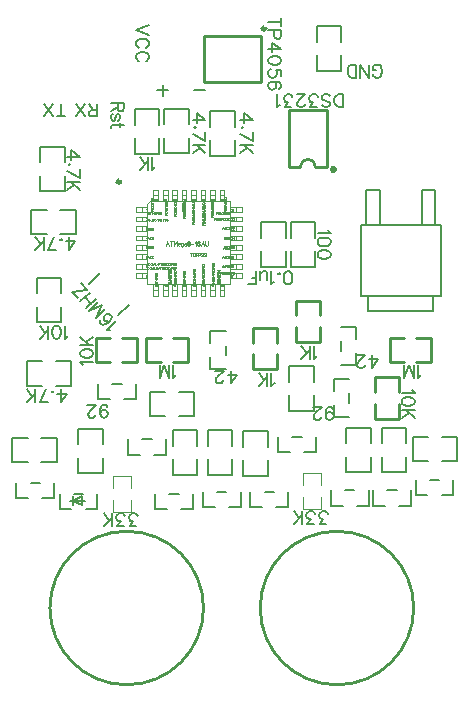
<source format=gbr>
%FSLAX34Y34*%
%MOMM*%
%LNSILK_TOP*%
G71*
G01*
%ADD10C, 0.25*%
%ADD11C, 0.25*%
%ADD12C, 0.20*%
%ADD13C, 0.20*%
%ADD14C, 0.10*%
%ADD15C, 0.13*%
%ADD16C, 0.15*%
%ADD17C, 0.30*%
%ADD18C, 0.15*%
%ADD19C, 0.00*%
%ADD20C, 0.04*%
%ADD21C, 0.03*%
%ADD22C, 0.02*%
%ADD23C, 0.13*%
%LPD*%
G54D10*
G75*
G01X-25000Y-513700D02*
G03X-25000Y-513700I-65000J0D01*
G01*
G54D10*
G75*
G01X153000Y-513700D02*
G03X153000Y-513700I-65000J0D01*
G01*
G54D11*
X69780Y-140126D02*
X79180Y-140126D01*
X79180Y-91866D01*
X47680Y-91866D01*
X47680Y-140126D01*
X57080Y-140126D01*
G54D11*
X73370Y-265996D02*
X73370Y-253496D01*
X52970Y-253496D01*
X52970Y-265996D01*
G54D11*
X73370Y-275996D02*
X73370Y-288496D01*
X52970Y-288496D01*
X52970Y-275996D01*
G54D11*
X37370Y-288996D02*
X37370Y-276496D01*
X16970Y-276496D01*
X16970Y-288996D01*
G54D11*
X37370Y-298996D02*
X37370Y-311496D01*
X16970Y-311496D01*
X16970Y-298996D01*
G54D11*
X119970Y-340996D02*
X119970Y-353496D01*
G54D11*
X140370Y-340996D02*
X140370Y-353496D01*
X119970Y-353506D01*
G54D11*
X119970Y-330996D02*
X119970Y-318496D01*
X140370Y-318496D01*
X140370Y-330996D01*
G54D11*
X-93830Y-305196D02*
X-81330Y-305196D01*
X-81330Y-284796D01*
X-93830Y-284796D01*
G54D11*
X-103830Y-305196D02*
X-116330Y-305196D01*
X-116330Y-284796D01*
X-103830Y-284796D01*
G54D11*
X-50830Y-305196D02*
X-38330Y-305196D01*
X-38330Y-284796D01*
X-50830Y-284796D01*
G54D11*
X-60830Y-305196D02*
X-73330Y-305196D01*
X-73330Y-284796D01*
X-60830Y-284796D01*
G54D11*
X145170Y-284796D02*
X132670Y-284796D01*
X132670Y-305196D01*
X145170Y-305196D01*
G54D11*
X155170Y-284796D02*
X167670Y-284796D01*
X167670Y-305196D01*
X155170Y-305196D01*
G54D12*
X-87800Y-256736D02*
X-97300Y-265596D01*
G54D12*
X-121860Y-239266D02*
X-112350Y-230406D01*
G54D13*
X48830Y-211546D02*
X48830Y-224746D01*
X69530Y-224746D01*
X69530Y-211546D01*
G54D13*
X48830Y-200226D02*
X48830Y-187026D01*
X69530Y-187026D01*
X69530Y-200226D01*
G54D13*
X91520Y-34456D02*
X91520Y-21256D01*
X70820Y-21256D01*
X70820Y-34456D01*
G54D13*
X91520Y-45776D02*
X91520Y-58976D01*
X70820Y-58976D01*
X70820Y-45776D01*
G54D13*
X-142480Y-136456D02*
X-142480Y-123256D01*
X-163180Y-123256D01*
X-163180Y-136456D01*
G54D13*
X-142480Y-147776D02*
X-142480Y-160976D01*
X-163180Y-160976D01*
X-163180Y-147776D01*
G54D13*
X-19170Y-117546D02*
X-19170Y-130746D01*
X1530Y-130746D01*
X1530Y-117546D01*
G54D13*
X-19170Y-106226D02*
X-19170Y-93026D01*
X1530Y-93026D01*
X1530Y-106226D01*
G54D13*
X-62480Y-104456D02*
X-62480Y-91256D01*
X-83180Y-91256D01*
X-83180Y-104456D01*
G54D13*
X-62480Y-115776D02*
X-62480Y-128976D01*
X-83180Y-128976D01*
X-83180Y-115776D01*
G54D14*
X-101450Y-411916D02*
X-101450Y-401756D01*
X-86210Y-401756D01*
X-86210Y-411916D01*
G54D14*
X-86210Y-422076D02*
X-86210Y-432236D01*
X-101450Y-432236D01*
X-101450Y-422076D01*
G54D15*
X169660Y-250036D02*
X169660Y-262146D01*
X114690Y-262146D01*
X114690Y-249906D01*
G54D15*
X124620Y-188996D02*
X124620Y-159456D01*
X113020Y-159456D01*
X113020Y-188996D01*
G54D15*
X171330Y-188996D02*
X171330Y-159456D01*
X159730Y-159456D01*
X159730Y-188996D01*
G54D15*
X176240Y-188996D02*
X108110Y-188996D01*
X108110Y-249906D01*
X176240Y-249906D01*
X176240Y-188996D01*
G54D13*
X44520Y-200456D02*
X44520Y-187256D01*
X23820Y-187256D01*
X23820Y-200456D01*
G54D13*
X44520Y-211776D02*
X44520Y-224976D01*
X23820Y-224976D01*
X23820Y-211776D01*
G54D13*
X-162280Y-390346D02*
X-149080Y-390346D01*
X-149080Y-369646D01*
X-162280Y-369646D01*
G54D13*
X-173600Y-390346D02*
X-186800Y-390346D01*
X-186800Y-369646D01*
X-173600Y-369646D01*
G54D13*
X176720Y-389346D02*
X189920Y-389346D01*
X189920Y-368646D01*
X176720Y-368646D01*
G54D13*
X165400Y-389346D02*
X152200Y-389346D01*
X152200Y-368646D01*
X165400Y-368646D01*
G54D13*
X125830Y-385546D02*
X125830Y-398746D01*
X146530Y-398746D01*
X146530Y-385546D01*
G54D13*
X125830Y-374226D02*
X125830Y-361026D01*
X146530Y-361026D01*
X146530Y-374226D01*
G54D13*
X95830Y-385546D02*
X95830Y-398746D01*
X116530Y-398746D01*
X116530Y-385546D01*
G54D13*
X95830Y-374226D02*
X95830Y-361026D01*
X116530Y-361026D01*
X116530Y-374226D01*
G54D13*
X-51170Y-387546D02*
X-51170Y-400746D01*
X-30470Y-400746D01*
X-30470Y-387546D01*
G54D13*
X-51170Y-376226D02*
X-51170Y-363026D01*
X-30470Y-363026D01*
X-30470Y-376226D01*
G54D13*
X8830Y-388546D02*
X8830Y-401746D01*
X29530Y-401746D01*
X29530Y-388546D01*
G54D13*
X8830Y-377226D02*
X8830Y-364026D01*
X29530Y-364026D01*
X29530Y-377226D01*
G54D13*
X-57370Y-330656D02*
X-70570Y-330656D01*
X-70570Y-351356D01*
X-57370Y-351356D01*
G54D13*
X-46050Y-330656D02*
X-32850Y-330656D01*
X-32850Y-351356D01*
X-46050Y-351356D01*
G54D13*
X-21170Y-387546D02*
X-21170Y-400746D01*
X-470Y-400746D01*
X-470Y-387546D01*
G54D13*
X-21170Y-376226D02*
X-21170Y-363026D01*
X-470Y-363026D01*
X-470Y-376226D01*
G54D13*
X47830Y-333546D02*
X47830Y-346746D01*
X68530Y-346746D01*
X68530Y-333546D01*
G54D13*
X47830Y-322226D02*
X47830Y-309026D01*
X68530Y-309026D01*
X68530Y-322226D01*
G54D13*
X-131170Y-386546D02*
X-131170Y-399746D01*
X-110470Y-399746D01*
X-110470Y-386546D01*
G54D13*
X-131170Y-375226D02*
X-131170Y-362026D01*
X-110470Y-362026D01*
X-110470Y-375226D01*
G54D11*
X24070Y-29696D02*
X24070Y-68306D01*
X-24700Y-68306D01*
X-24700Y-29446D01*
X24070Y-29446D01*
G54D13*
X-150280Y-325346D02*
X-137080Y-325346D01*
X-137080Y-304646D01*
X-150280Y-304646D01*
G54D13*
X-161600Y-325346D02*
X-174800Y-325346D01*
X-174800Y-304646D01*
X-161600Y-304646D01*
G54D13*
X-146280Y-197346D02*
X-133080Y-197346D01*
X-133080Y-176646D01*
X-146280Y-176646D01*
G54D13*
X-157600Y-197346D02*
X-170800Y-197346D01*
X-170800Y-176646D01*
X-157600Y-176646D01*
G54D13*
X-58170Y-115546D02*
X-58170Y-128746D01*
X-37470Y-128746D01*
X-37470Y-115546D01*
G54D13*
X-58170Y-104226D02*
X-58170Y-91026D01*
X-37470Y-91026D01*
X-37470Y-104226D01*
G54D14*
X59550Y-409916D02*
X59550Y-399756D01*
X74790Y-399756D01*
X74790Y-409916D01*
G54D14*
X74790Y-420076D02*
X74790Y-430236D01*
X59550Y-430236D01*
X59550Y-420076D01*
G54D13*
X-166170Y-258546D02*
X-166170Y-271746D01*
X-145470Y-271746D01*
X-145470Y-258546D01*
G54D13*
X-166170Y-247226D02*
X-166170Y-234026D01*
X-145470Y-234026D01*
X-145470Y-247226D01*
G54D16*
X-146020Y-328626D02*
X-146020Y-339526D01*
X-140830Y-332256D01*
X-148610Y-332256D01*
G54D16*
X-153080Y-330706D02*
X-152570Y-331216D01*
X-152040Y-330706D01*
X-152570Y-330176D01*
X-153080Y-330706D01*
G54D16*
X-156510Y-339526D02*
X-163800Y-339526D01*
X-158590Y-328626D01*
G54D16*
X-167230Y-339526D02*
X-167230Y-328626D01*
G54D16*
X-174490Y-339526D02*
X-167230Y-332256D01*
G54D16*
X-169820Y-334846D02*
X-174490Y-328626D01*
G54D16*
X-139830Y-283456D02*
X-140870Y-283966D01*
X-142420Y-285546D01*
X-142420Y-274626D01*
G54D16*
X-150010Y-285546D02*
X-148970Y-285546D01*
X-147420Y-285006D01*
X-146380Y-283456D01*
X-145850Y-280866D01*
X-145850Y-279296D01*
X-146380Y-276706D01*
X-147420Y-275156D01*
X-148970Y-274626D01*
X-150010Y-274626D01*
X-151560Y-275156D01*
X-152600Y-276706D01*
X-153140Y-279296D01*
X-153140Y-280866D01*
X-152600Y-283456D01*
X-151560Y-285006D01*
X-150010Y-285546D01*
G54D16*
X-156570Y-285546D02*
X-156570Y-274626D01*
G54D16*
X-163830Y-285546D02*
X-156570Y-278256D01*
G54D16*
X-159160Y-280866D02*
X-163830Y-274626D01*
G54D16*
X-139020Y-199626D02*
X-139020Y-210526D01*
X-133830Y-203256D01*
X-141610Y-203256D01*
G54D16*
X-146080Y-201706D02*
X-145570Y-202216D01*
X-145040Y-201706D01*
X-145570Y-201176D01*
X-146080Y-201706D01*
G54D16*
X-149510Y-210526D02*
X-156800Y-210526D01*
X-151590Y-199626D01*
G54D16*
X-160230Y-210526D02*
X-160230Y-199626D01*
G54D16*
X-167490Y-210526D02*
X-160230Y-203256D01*
G54D16*
X-162820Y-205846D02*
X-167490Y-199626D01*
G54D16*
X79140Y-442526D02*
X73430Y-442526D01*
X76530Y-438386D01*
X74980Y-438386D01*
X73940Y-437846D01*
X73430Y-437346D01*
X72890Y-435796D01*
X72890Y-434756D01*
X73430Y-433176D01*
X74470Y-432136D01*
X76020Y-431626D01*
X77570Y-431626D01*
X79140Y-432136D01*
X79650Y-432666D01*
X80180Y-433706D01*
G54D16*
X68420Y-442526D02*
X62710Y-442526D01*
X65830Y-438386D01*
X64280Y-438386D01*
X63240Y-437846D01*
X62710Y-437346D01*
X62200Y-435796D01*
X62200Y-434756D01*
X62710Y-433176D01*
X63750Y-432136D01*
X65330Y-431626D01*
X66880Y-431626D01*
X68420Y-432136D01*
X68960Y-432666D01*
X69470Y-433706D01*
G54D16*
X58770Y-442526D02*
X58770Y-431626D01*
G54D16*
X51510Y-442526D02*
X58770Y-435256D01*
G54D16*
X56180Y-437846D02*
X51510Y-431626D01*
G54D16*
X80620Y-193986D02*
X81150Y-195026D01*
X82700Y-196606D01*
X71810Y-196606D01*
G54D16*
X82700Y-204176D02*
X82700Y-203136D01*
X82190Y-201586D01*
X80620Y-200546D01*
X78030Y-200036D01*
X76480Y-200036D01*
X73860Y-200546D01*
X72310Y-201586D01*
X71810Y-203136D01*
X71810Y-204176D01*
X72310Y-205746D01*
X73860Y-206786D01*
X76480Y-207296D01*
X78030Y-207296D01*
X80620Y-206786D01*
X82190Y-205746D01*
X82700Y-204176D01*
G54D16*
X82700Y-214896D02*
X82700Y-213856D01*
X82190Y-212276D01*
X80620Y-211256D01*
X78030Y-210726D01*
X76480Y-210726D01*
X73860Y-211256D01*
X72310Y-212276D01*
X71810Y-213856D01*
X71810Y-214896D01*
X72310Y-216446D01*
X73860Y-217486D01*
X76480Y-217996D01*
X78030Y-217996D01*
X80620Y-217486D01*
X82190Y-216446D01*
X82700Y-214896D01*
G54D16*
X46010Y-239526D02*
X47060Y-239526D01*
X48610Y-239016D01*
X49650Y-237446D01*
X50180Y-234856D01*
X50180Y-233306D01*
X49650Y-230716D01*
X48610Y-229136D01*
X47060Y-228626D01*
X46010Y-228626D01*
X44470Y-229136D01*
X43420Y-230716D01*
X42890Y-233306D01*
X42890Y-234856D01*
X43420Y-237446D01*
X44470Y-239016D01*
X46010Y-239526D01*
G54D16*
X38420Y-230716D02*
X38950Y-231226D01*
X39460Y-230716D01*
X38950Y-230176D01*
X38420Y-230716D01*
G54D16*
X34990Y-237446D02*
X33980Y-237976D01*
X32400Y-239526D01*
X32400Y-228626D01*
G54D16*
X28970Y-235896D02*
X28970Y-230716D01*
X28460Y-229136D01*
X27420Y-228626D01*
X25850Y-228626D01*
X24830Y-229136D01*
X23260Y-230716D01*
G54D16*
X23260Y-235896D02*
X23260Y-228626D01*
G54D16*
X13070Y-239526D02*
X19830Y-239526D01*
X19830Y-228626D01*
G54D16*
X19830Y-234346D02*
X15690Y-234346D01*
G54D16*
X5800Y-100186D02*
X16700Y-100186D01*
X9430Y-95006D01*
X9430Y-102786D01*
G54D16*
X7880Y-107256D02*
X8390Y-106746D01*
X7880Y-106206D01*
X7350Y-106746D01*
X7880Y-107256D01*
G54D16*
X16700Y-110686D02*
X16700Y-117966D01*
X5800Y-112766D01*
G54D16*
X16700Y-121396D02*
X5800Y-121396D01*
G54D16*
X16700Y-128666D02*
X9430Y-121396D01*
G54D16*
X12020Y-123986D02*
X5800Y-128666D01*
G54D16*
X-34200Y-100186D02*
X-23300Y-100186D01*
X-30570Y-95006D01*
X-30570Y-102786D01*
G54D16*
X-32120Y-107256D02*
X-31610Y-106746D01*
X-32120Y-106206D01*
X-32650Y-106746D01*
X-32120Y-107256D01*
G54D16*
X-23300Y-110686D02*
X-23300Y-117966D01*
X-34200Y-112766D01*
G54D16*
X-23300Y-121396D02*
X-34200Y-121396D01*
G54D16*
X-23300Y-128666D02*
X-30570Y-121396D01*
G54D16*
X-27980Y-123986D02*
X-34200Y-128666D01*
G54D16*
X-65830Y-140466D02*
X-66870Y-140976D01*
X-68420Y-142526D01*
X-68420Y-131626D01*
G54D16*
X-71850Y-142526D02*
X-71850Y-131626D01*
G54D16*
X-79140Y-142526D02*
X-71850Y-135256D01*
G54D16*
X-74440Y-137846D02*
X-79140Y-131626D01*
G54D16*
X-23820Y-75286D02*
X-33190Y-75286D01*
G54D16*
X-59510Y-79966D02*
X-59510Y-70616D01*
G54D16*
X-54810Y-75286D02*
X-64190Y-75286D01*
G54D16*
X-97480Y-85996D02*
X-97480Y-90666D01*
X-96970Y-92246D01*
X-96440Y-92756D01*
X-95400Y-93286D01*
X-94380Y-93286D01*
X-93340Y-92756D01*
X-92810Y-92246D01*
X-92300Y-90666D01*
X-92300Y-85996D01*
X-103190Y-85996D01*
G54D16*
X-97480Y-89626D02*
X-103190Y-93286D01*
G54D16*
X-97480Y-100974D02*
X-96440Y-100464D01*
X-95930Y-98884D01*
X-95930Y-97334D01*
X-96440Y-95764D01*
X-97480Y-95254D01*
X-98520Y-95764D01*
X-99050Y-96804D01*
X-99560Y-99424D01*
X-100100Y-100464D01*
X-101110Y-100974D01*
X-101650Y-100974D01*
X-102690Y-100464D01*
X-103190Y-98884D01*
X-103190Y-97334D01*
X-102690Y-95764D01*
X-101650Y-95254D01*
G54D16*
X-92300Y-104511D02*
X-101110Y-104511D01*
X-102690Y-105021D01*
X-103190Y-106061D01*
X-103190Y-107101D01*
G54D16*
X-95930Y-102941D02*
X-95930Y-106591D01*
G54D16*
X151630Y-328996D02*
X152160Y-330036D01*
X153710Y-331586D01*
X142790Y-331586D01*
G54D16*
X153710Y-339186D02*
X153710Y-338136D01*
X153200Y-336586D01*
X151630Y-335546D01*
X149040Y-335016D01*
X147490Y-335016D01*
X144870Y-335546D01*
X143320Y-336586D01*
X142790Y-338136D01*
X142790Y-339186D01*
X143320Y-340726D01*
X144870Y-341776D01*
X147490Y-342306D01*
X149040Y-342306D01*
X151630Y-341776D01*
X153200Y-340726D01*
X153710Y-339186D01*
G54D16*
X153710Y-345736D02*
X142790Y-345736D01*
G54D16*
X153710Y-352996D02*
X146450Y-345736D01*
G54D16*
X149040Y-348326D02*
X142790Y-352996D01*
G54D16*
X-127280Y-308006D02*
X-127810Y-306966D01*
X-129360Y-305416D01*
X-118440Y-305416D01*
G54D16*
X-129360Y-297816D02*
X-129360Y-298866D01*
X-128850Y-300406D01*
X-127280Y-301456D01*
X-124690Y-301986D01*
X-123140Y-301986D01*
X-120520Y-301456D01*
X-118970Y-300406D01*
X-118440Y-298866D01*
X-118440Y-297816D01*
X-118970Y-296266D01*
X-120520Y-295226D01*
X-123140Y-294696D01*
X-124690Y-294696D01*
X-127280Y-295226D01*
X-128850Y-296266D01*
X-129360Y-297816D01*
G54D16*
X-129360Y-291266D02*
X-118440Y-291266D01*
G54D16*
X-129360Y-284006D02*
X-122100Y-291266D01*
G54D16*
X-124690Y-288676D02*
X-118440Y-284006D01*
G54D16*
X-47840Y-316456D02*
X-48880Y-316986D01*
X-50430Y-318536D01*
X-50430Y-307616D01*
G54D16*
X-62160Y-307616D02*
X-62160Y-318536D01*
X-58020Y-307616D01*
X-53860Y-318536D01*
X-53860Y-307616D01*
G54D16*
X71180Y-300466D02*
X70140Y-300966D01*
X68570Y-302546D01*
X68570Y-291626D01*
G54D16*
X65140Y-302546D02*
X65140Y-291626D01*
G54D16*
X57870Y-302546D02*
X65140Y-295256D01*
G54D16*
X62550Y-297876D02*
X57870Y-291626D01*
G54D16*
X117990Y-299626D02*
X117990Y-310546D01*
X123170Y-303256D01*
X115370Y-303256D01*
G54D16*
X111440Y-307926D02*
X111440Y-308466D01*
X110900Y-309506D01*
X110390Y-310016D01*
X109350Y-310546D01*
X107270Y-310546D01*
X106230Y-310016D01*
X105720Y-309506D01*
X105190Y-308466D01*
X105190Y-307426D01*
X105720Y-306376D01*
X106760Y-304826D01*
X111940Y-299626D01*
X104680Y-299626D01*
G54D16*
X78950Y-352976D02*
X78410Y-350896D01*
X78950Y-349346D01*
X79990Y-348306D01*
X81540Y-347776D01*
X82050Y-347776D01*
X83620Y-348306D01*
X84660Y-349346D01*
X85170Y-350896D01*
X85170Y-351426D01*
X84660Y-352976D01*
X83620Y-354016D01*
X82050Y-354526D01*
X81540Y-354526D01*
X79990Y-354016D01*
X78950Y-352976D01*
G54D16*
X78410Y-350896D02*
X78410Y-348306D01*
X78950Y-345716D01*
X79990Y-344136D01*
X81540Y-343636D01*
X82580Y-343636D01*
X84130Y-344136D01*
X84660Y-345176D01*
G54D16*
X74480Y-351936D02*
X74480Y-352446D01*
X73940Y-353486D01*
X73440Y-354016D01*
X72390Y-354526D01*
X70310Y-354526D01*
X69270Y-354016D01*
X68760Y-353486D01*
X68230Y-352446D01*
X68230Y-351426D01*
X68760Y-350386D01*
X69800Y-348816D01*
X74990Y-343636D01*
X67720Y-343636D01*
G54D16*
X159170Y-316466D02*
X158130Y-316976D01*
X156580Y-318546D01*
X156580Y-307626D01*
G54D16*
X144820Y-307626D02*
X144820Y-318546D01*
X148990Y-307626D01*
X153150Y-318546D01*
X153150Y-307626D01*
G54D16*
X-71300Y-20006D02*
X-82200Y-24146D01*
X-71300Y-28316D01*
G54D16*
X-73890Y-39536D02*
X-72850Y-39006D01*
X-71810Y-37986D01*
X-71300Y-36946D01*
X-71300Y-34866D01*
X-71810Y-33826D01*
X-72850Y-32786D01*
X-73890Y-32276D01*
X-75440Y-31746D01*
X-78030Y-31746D01*
X-79610Y-32276D01*
X-80650Y-32786D01*
X-81690Y-33826D01*
X-82200Y-34866D01*
X-82200Y-36946D01*
X-81690Y-37986D01*
X-80650Y-39006D01*
X-79610Y-39536D01*
G54D16*
X-73890Y-50766D02*
X-72850Y-50236D01*
X-71810Y-49196D01*
X-71300Y-48146D01*
X-71300Y-46096D01*
X-71810Y-45056D01*
X-72850Y-44006D01*
X-73890Y-43476D01*
X-75440Y-42966D01*
X-78030Y-42966D01*
X-79610Y-43476D01*
X-80650Y-44006D01*
X-81690Y-45056D01*
X-82200Y-46096D01*
X-82200Y-48146D01*
X-81690Y-49196D01*
X-80650Y-50236D01*
X-79610Y-50766D01*
G54D16*
X118390Y-61926D02*
X118890Y-62966D01*
X119930Y-64006D01*
X120980Y-64546D01*
X123060Y-64546D01*
X124100Y-64006D01*
X125140Y-62966D01*
X125650Y-61926D01*
X126180Y-60376D01*
X126180Y-57786D01*
X125650Y-56216D01*
X125140Y-55166D01*
X124100Y-54156D01*
X123060Y-53616D01*
X120980Y-53616D01*
X119930Y-54156D01*
X118890Y-55166D01*
X118390Y-56216D01*
X118390Y-57786D01*
X120980Y-57786D01*
G54D16*
X107670Y-64546D02*
X107670Y-53616D01*
X114960Y-64546D01*
X114960Y-53616D01*
G54D16*
X104240Y-53616D02*
X100610Y-53616D01*
X99060Y-54156D01*
X98010Y-55166D01*
X97510Y-56216D01*
X96970Y-57786D01*
X96970Y-60376D01*
X97510Y-61926D01*
X98010Y-62966D01*
X99060Y-64006D01*
X100610Y-64546D01*
X104240Y-64546D01*
X104240Y-53616D01*
G54D16*
X-114840Y-92336D02*
X-119510Y-92336D01*
X-121060Y-92846D01*
X-121570Y-93386D01*
X-122100Y-94426D01*
X-122100Y-95466D01*
X-121570Y-96506D01*
X-121060Y-97016D01*
X-119510Y-97526D01*
X-114840Y-97526D01*
X-114840Y-86626D01*
G54D16*
X-118470Y-92336D02*
X-122100Y-86626D01*
G54D16*
X-125530Y-97526D02*
X-132800Y-86626D01*
G54D16*
X-132800Y-97526D02*
X-125530Y-86626D01*
G54D16*
X-145450Y-97536D02*
X-145450Y-86636D01*
G54D16*
X-141820Y-97536D02*
X-149110Y-97536D01*
G54D16*
X-152540Y-97536D02*
X-159800Y-86636D01*
G54D16*
X-159800Y-97536D02*
X-152540Y-86636D01*
G54D16*
X93170Y-78636D02*
X89540Y-78636D01*
X87990Y-79146D01*
X86950Y-80186D01*
X86410Y-81226D01*
X85910Y-82776D01*
X85910Y-85366D01*
X86410Y-86946D01*
X86950Y-87986D01*
X87990Y-89026D01*
X89540Y-89536D01*
X93170Y-89536D01*
X93170Y-78636D01*
G54D16*
X75190Y-87986D02*
X76230Y-89026D01*
X77800Y-89536D01*
X79890Y-89536D01*
X81440Y-89026D01*
X82480Y-87986D01*
X82480Y-86946D01*
X81940Y-85896D01*
X81440Y-85366D01*
X80390Y-84856D01*
X77270Y-83816D01*
X76230Y-83306D01*
X75720Y-82776D01*
X75190Y-81736D01*
X75190Y-80186D01*
X76230Y-79146D01*
X77800Y-78636D01*
X79890Y-78636D01*
X81440Y-79146D01*
X82480Y-80186D01*
G54D16*
X70740Y-89536D02*
X65030Y-89536D01*
X68130Y-85366D01*
X66580Y-85366D01*
X65540Y-84856D01*
X65030Y-84356D01*
X64490Y-82776D01*
X64490Y-81736D01*
X65030Y-80186D01*
X66040Y-79146D01*
X67620Y-78636D01*
X69170Y-78636D01*
X70740Y-79146D01*
X71250Y-79656D01*
X71760Y-80696D01*
G54D16*
X60560Y-86946D02*
X60560Y-87446D01*
X60020Y-88496D01*
X59520Y-89026D01*
X58470Y-89536D01*
X56390Y-89536D01*
X55350Y-89026D01*
X54840Y-88496D01*
X54310Y-87446D01*
X54310Y-86406D01*
X54840Y-85366D01*
X55880Y-83816D01*
X61070Y-78636D01*
X53800Y-78636D01*
G54D16*
X49330Y-89536D02*
X43620Y-89536D01*
X46740Y-85366D01*
X45160Y-85366D01*
X44120Y-84856D01*
X43620Y-84356D01*
X43080Y-82776D01*
X43080Y-81736D01*
X43620Y-80186D01*
X44660Y-79146D01*
X46210Y-78636D01*
X47760Y-78636D01*
X49330Y-79146D01*
X49840Y-79656D01*
X50370Y-80696D01*
G54D16*
X39650Y-87446D02*
X38610Y-87986D01*
X37060Y-89536D01*
X37060Y-78636D01*
G54D16*
X35170Y-323466D02*
X34130Y-323976D01*
X32580Y-325526D01*
X32580Y-314626D01*
G54D16*
X29150Y-325526D02*
X29150Y-314626D01*
G54D16*
X21860Y-325526D02*
X29150Y-318256D01*
G54D16*
X26560Y-320846D02*
X21860Y-314626D01*
G54D16*
X-103740Y-278446D02*
X-104840Y-278046D01*
X-107030Y-277966D01*
X-99060Y-270536D01*
G54D16*
X-112500Y-269836D02*
X-112890Y-270936D01*
X-112210Y-272416D01*
X-111500Y-273176D01*
X-110070Y-273966D01*
X-108210Y-273646D01*
X-105950Y-272276D01*
X-104050Y-270506D01*
X-102890Y-268696D01*
X-102840Y-267226D01*
X-103530Y-265746D01*
X-103870Y-265376D01*
X-105320Y-264566D01*
X-106790Y-264516D01*
X-108270Y-265196D01*
X-108660Y-265566D01*
X-109450Y-266996D01*
X-109500Y-268466D01*
X-108800Y-269966D01*
X-108450Y-270336D01*
X-107020Y-271116D01*
X-105550Y-271176D01*
X-104050Y-270506D01*
G54D16*
X-114010Y-254506D02*
X-121980Y-261936D01*
X-111190Y-257536D01*
X-116310Y-268016D01*
X-108340Y-260576D01*
G54D16*
X-124320Y-259426D02*
X-116350Y-251996D01*
G54D16*
X-129290Y-254096D02*
X-121320Y-246666D01*
G54D16*
X-120530Y-255896D02*
X-125500Y-250566D01*
G54D16*
X-131630Y-251586D02*
X-136580Y-246276D01*
X-123660Y-244156D01*
X-128610Y-238846D01*
G54D16*
X-2020Y-312636D02*
X-2020Y-323536D01*
X3160Y-316266D01*
X-4610Y-316266D01*
G54D16*
X-8570Y-320936D02*
X-8570Y-321446D01*
X-9080Y-322486D01*
X-9610Y-323026D01*
X-10660Y-323536D01*
X-12710Y-323536D01*
X-13750Y-323026D01*
X-14290Y-322486D01*
X-14800Y-321446D01*
X-14800Y-320406D01*
X-14290Y-319366D01*
X-13250Y-317816D01*
X-8040Y-312636D01*
X-15330Y-312636D01*
G54D16*
X-112050Y-350986D02*
X-112580Y-348896D01*
X-112050Y-347346D01*
X-111030Y-346306D01*
X-109460Y-345776D01*
X-108950Y-345776D01*
X-107380Y-346306D01*
X-106330Y-347346D01*
X-105830Y-348896D01*
X-105830Y-349406D01*
X-106330Y-350986D01*
X-107380Y-352026D01*
X-108950Y-352536D01*
X-109460Y-352536D01*
X-111030Y-352026D01*
X-112050Y-350986D01*
G54D16*
X-112580Y-348896D02*
X-112580Y-346306D01*
X-112050Y-343696D01*
X-111030Y-342146D01*
X-109460Y-341636D01*
X-108420Y-341636D01*
X-106870Y-342146D01*
X-106330Y-343186D01*
G54D16*
X-116520Y-349946D02*
X-116520Y-350446D01*
X-117050Y-351486D01*
X-117560Y-352026D01*
X-118600Y-352536D01*
X-120690Y-352536D01*
X-121730Y-352026D01*
X-122230Y-351486D01*
X-122770Y-350446D01*
X-122770Y-349406D01*
X-122230Y-348366D01*
X-121190Y-346816D01*
X-116010Y-341636D01*
X-123280Y-341636D01*
G54D16*
X-140760Y-131516D02*
X-129840Y-131516D01*
X-137130Y-126316D01*
X-137130Y-134106D01*
G54D16*
X-138680Y-138576D02*
X-138170Y-138046D01*
X-138680Y-137536D01*
X-139190Y-138046D01*
X-138680Y-138576D01*
G54D16*
X-129840Y-142006D02*
X-129840Y-149276D01*
X-140760Y-144096D01*
G54D16*
X-129840Y-152706D02*
X-140760Y-152706D01*
G54D16*
X-129840Y-159996D02*
X-137130Y-152706D01*
G54D16*
X-134510Y-155296D02*
X-140760Y-159996D01*
G54D16*
X-81850Y-444546D02*
X-87570Y-444546D01*
X-84470Y-440376D01*
X-86020Y-440376D01*
X-87060Y-439876D01*
X-87570Y-439336D01*
X-88100Y-437786D01*
X-88100Y-436746D01*
X-87570Y-435176D01*
X-86550Y-434156D01*
X-84980Y-433626D01*
X-83430Y-433626D01*
X-81850Y-434156D01*
X-81350Y-434666D01*
X-80840Y-435706D01*
G54D16*
X-92570Y-444546D02*
X-98290Y-444546D01*
X-95160Y-440376D01*
X-96710Y-440376D01*
X-97750Y-439876D01*
X-98290Y-439336D01*
X-98790Y-437786D01*
X-98790Y-436746D01*
X-98290Y-435176D01*
X-97250Y-434156D01*
X-95700Y-433626D01*
X-94120Y-433626D01*
X-92570Y-434156D01*
X-92040Y-434666D01*
X-91530Y-435706D01*
G54D16*
X-102220Y-444546D02*
X-102220Y-433626D01*
G54D16*
X-109510Y-444546D02*
X-102220Y-437256D01*
G54D16*
X-104840Y-439876D02*
X-109510Y-433626D01*
G54D16*
X40710Y-17626D02*
X29810Y-17626D01*
G54D16*
X40710Y-13996D02*
X40710Y-21286D01*
G54D16*
X34990Y-24716D02*
X34990Y-29386D01*
X35520Y-30936D01*
X36030Y-31466D01*
X37070Y-31976D01*
X38620Y-31976D01*
X39660Y-31466D01*
X40200Y-30936D01*
X40710Y-29386D01*
X40710Y-24716D01*
X29810Y-24716D01*
G54D16*
X29810Y-40616D02*
X40710Y-40616D01*
X33440Y-35406D01*
X33440Y-43206D01*
G54D16*
X40710Y-50776D02*
X40710Y-49756D01*
X40200Y-48186D01*
X38620Y-47136D01*
X36030Y-46636D01*
X34480Y-46636D01*
X31870Y-47136D01*
X30320Y-48186D01*
X29810Y-49756D01*
X29810Y-50776D01*
X30320Y-52346D01*
X31870Y-53386D01*
X34480Y-53896D01*
X36030Y-53896D01*
X38620Y-53386D01*
X40200Y-52346D01*
X40710Y-50776D01*
G54D16*
X40710Y-63576D02*
X40710Y-58366D01*
X36030Y-57856D01*
X36540Y-58366D01*
X37070Y-59916D01*
X37070Y-61496D01*
X36540Y-63036D01*
X35520Y-64086D01*
X33950Y-64616D01*
X32910Y-64616D01*
X31360Y-64086D01*
X30320Y-63036D01*
X29810Y-61496D01*
X29810Y-59916D01*
X30320Y-58366D01*
X30830Y-57856D01*
X31870Y-57326D01*
G54D16*
X39160Y-74266D02*
X40200Y-73756D01*
X40710Y-72186D01*
X40710Y-71146D01*
X40200Y-69596D01*
X38620Y-68556D01*
X36030Y-68046D01*
X33440Y-68046D01*
X31360Y-68556D01*
X30320Y-69596D01*
X29810Y-71146D01*
X29810Y-71676D01*
X30320Y-73226D01*
X31360Y-74266D01*
X32910Y-74776D01*
X33440Y-74776D01*
X34990Y-74266D01*
X36030Y-73226D01*
X36540Y-71676D01*
X36540Y-71146D01*
X36030Y-69596D01*
X34990Y-68556D01*
X33440Y-68046D01*
G54D11*
G75*
G01X69770Y-140136D02*
G03X57070Y-140136I-6350J0D01*
G01*
G54D17*
G75*
G01X27580Y-23126D02*
G03X27580Y-23126I-1500J0D01*
G01*
G54D17*
G75*
G01X-95205Y-152985D02*
G03X-95205Y-153011I-1500J-26D01*
G01*
G54D11*
G75*
G01X86910Y-142416D02*
G03X86910Y-142416I-1900J0D01*
G01*
G54D18*
X186570Y-405086D02*
X186570Y-418086D01*
X176570Y-418086D01*
G54D18*
X164570Y-418086D02*
X154570Y-418086D01*
X154570Y-405086D01*
G54D18*
X166570Y-405086D02*
X174570Y-405086D01*
G54D18*
X150780Y-414096D02*
X150780Y-427096D01*
X140780Y-427096D01*
G54D18*
X128780Y-427096D02*
X118780Y-427096D01*
X118780Y-414096D01*
G54D18*
X130780Y-414096D02*
X138780Y-414096D01*
G54D18*
X114760Y-414096D02*
X114760Y-427096D01*
X104760Y-427096D01*
G54D18*
X92760Y-427096D02*
X82760Y-427096D01*
X82760Y-414096D01*
G54D18*
X94760Y-414096D02*
X102760Y-414096D01*
G54D18*
X46780Y-415086D02*
X46780Y-428086D01*
X36780Y-428086D01*
G54D18*
X24780Y-428086D02*
X14780Y-428086D01*
X14780Y-415086D01*
G54D18*
X26780Y-415086D02*
X34780Y-415086D01*
G54D18*
X6450Y-415406D02*
X6450Y-428406D01*
X-3550Y-428406D01*
G54D18*
X-15550Y-428406D02*
X-25550Y-428406D01*
X-25550Y-415406D01*
G54D18*
X-13550Y-415406D02*
X-5550Y-415406D01*
G54D18*
X-33830Y-416916D02*
X-33830Y-429916D01*
X-43830Y-429916D01*
G54D18*
X-55830Y-429916D02*
X-65830Y-429916D01*
X-65830Y-416916D01*
G54D18*
X-53830Y-416916D02*
X-45830Y-416916D01*
G54D18*
X-114820Y-416916D02*
X-114820Y-429916D01*
X-124820Y-429916D01*
G54D18*
X-136820Y-429916D02*
X-146820Y-429916D01*
X-146820Y-416916D01*
G54D18*
X-134820Y-416916D02*
X-126820Y-416916D01*
G54D18*
X-151410Y-407916D02*
X-151410Y-420916D01*
X-161410Y-420916D01*
G54D18*
X-173410Y-420916D02*
X-183410Y-420916D01*
X-183410Y-407916D01*
G54D18*
X-171410Y-407916D02*
X-163410Y-407916D01*
G54D18*
X-56830Y-370906D02*
X-56830Y-383906D01*
X-66830Y-383906D01*
G54D18*
X-78830Y-383906D02*
X-88830Y-383906D01*
X-88830Y-370906D01*
G54D18*
X-76830Y-370906D02*
X-68830Y-370906D01*
G54D18*
X70170Y-368926D02*
X70170Y-381926D01*
X60170Y-381926D01*
G54D18*
X48170Y-381926D02*
X38170Y-381926D01*
X38170Y-368926D01*
G54D18*
X50170Y-368926D02*
X58170Y-368926D01*
G54D18*
X98180Y-351996D02*
X85180Y-351996D01*
X85180Y-341996D01*
G54D18*
X85180Y-329996D02*
X85180Y-319996D01*
X98180Y-319996D01*
G54D18*
X98180Y-331996D02*
X98180Y-339996D01*
G54D18*
X91170Y-275996D02*
X104170Y-275996D01*
X104170Y-285996D01*
G54D18*
X104170Y-297996D02*
X104170Y-307996D01*
X91170Y-307996D01*
G54D18*
X91170Y-295996D02*
X91170Y-287996D01*
G54D18*
X-6221Y-311527D02*
X-19221Y-311527D01*
X-19221Y-301527D01*
G54D18*
X-19221Y-289527D02*
X-19221Y-279527D01*
X-6221Y-279527D01*
G54D18*
X-6221Y-291527D02*
X-6221Y-299527D01*
G54D18*
X-82320Y-324006D02*
X-82320Y-337006D01*
X-92320Y-337006D01*
G54D18*
X-104320Y-337006D02*
X-114320Y-337006D01*
X-114320Y-324006D01*
G54D18*
X-102320Y-324006D02*
X-94320Y-324006D01*
G54D19*
X-70408Y-169374D02*
X-2408Y-169374D01*
X-2408Y-239374D01*
X-72408Y-239374D01*
X-72408Y-171374D01*
X-70408Y-169374D01*
G54D19*
X-2408Y-174374D02*
X7592Y-174374D01*
X7592Y-178374D01*
X-2408Y-178374D01*
G54D19*
X2592Y-174374D02*
X2592Y-178374D01*
G54D19*
X-2408Y-182374D02*
X7592Y-182374D01*
X7592Y-186374D01*
X-2408Y-186374D01*
G54D19*
X2592Y-182374D02*
X2592Y-186374D01*
G54D19*
X-2408Y-190374D02*
X7592Y-190374D01*
X7592Y-194374D01*
X-2408Y-194374D01*
G54D19*
X2592Y-190374D02*
X2592Y-194374D01*
G54D19*
X-2408Y-198374D02*
X7592Y-198374D01*
X7592Y-202374D01*
X-2408Y-202374D01*
G54D19*
X2592Y-198374D02*
X2592Y-202374D01*
G54D19*
X-2408Y-206374D02*
X7592Y-206374D01*
X7592Y-210374D01*
X-2408Y-210374D01*
G54D19*
X2592Y-206374D02*
X2592Y-210374D01*
G54D19*
X-2408Y-214374D02*
X7592Y-214374D01*
X7592Y-218374D01*
X-2408Y-218374D01*
G54D19*
X2592Y-214374D02*
X2592Y-218374D01*
G54D19*
X-2408Y-222374D02*
X7592Y-222374D01*
X7592Y-226374D01*
X-2408Y-226374D01*
G54D19*
X2592Y-222374D02*
X2592Y-226374D01*
G54D19*
X-2408Y-230374D02*
X7592Y-230374D01*
X7592Y-234374D01*
X-2408Y-234374D01*
G54D19*
X2592Y-230374D02*
X2592Y-234374D01*
G54D19*
X-72408Y-234374D02*
X-82408Y-234374D01*
X-82408Y-230374D01*
X-72408Y-230374D01*
G54D19*
X-77408Y-234374D02*
X-77408Y-230374D01*
G54D19*
X-72408Y-226374D02*
X-82408Y-226374D01*
X-82408Y-222374D01*
X-72408Y-222374D01*
G54D19*
X-77408Y-226374D02*
X-77408Y-222374D01*
G54D19*
X-72408Y-218374D02*
X-82408Y-218374D01*
X-82408Y-214374D01*
X-72408Y-214374D01*
G54D19*
X-77408Y-218374D02*
X-77408Y-214374D01*
G54D19*
X-72408Y-210374D02*
X-82408Y-210374D01*
X-82408Y-206374D01*
X-72408Y-206374D01*
G54D19*
X-77408Y-210374D02*
X-77408Y-206374D01*
G54D19*
X-72408Y-202374D02*
X-82408Y-202374D01*
X-82408Y-198374D01*
X-72408Y-198374D01*
G54D19*
X-77408Y-202374D02*
X-77408Y-198374D01*
G54D19*
X-72408Y-194374D02*
X-82408Y-194374D01*
X-82408Y-190374D01*
X-72408Y-190374D01*
G54D19*
X-77408Y-194374D02*
X-77408Y-190374D01*
G54D19*
X-72408Y-186374D02*
X-82408Y-186374D01*
X-82408Y-182374D01*
X-72408Y-182374D01*
G54D19*
X-77408Y-186374D02*
X-77408Y-182374D01*
G54D19*
X-72408Y-178374D02*
X-82408Y-178374D01*
X-82408Y-174374D01*
X-72408Y-174374D01*
G54D19*
X-77408Y-178374D02*
X-77408Y-174374D01*
G54D19*
X-67408Y-169374D02*
X-67408Y-159374D01*
X-63408Y-159374D01*
X-63408Y-169374D01*
G54D19*
X-67408Y-164374D02*
X-63408Y-164374D01*
G54D19*
X-59408Y-169374D02*
X-59408Y-159374D01*
X-55408Y-159374D01*
X-55408Y-169374D01*
G54D19*
X-59408Y-164374D02*
X-55408Y-164374D01*
G54D19*
X-51408Y-169374D02*
X-51408Y-159374D01*
X-47408Y-159374D01*
X-47408Y-169374D01*
G54D19*
X-51408Y-164374D02*
X-47408Y-164374D01*
G54D19*
X-43408Y-169374D02*
X-43408Y-159374D01*
X-39408Y-159374D01*
X-39408Y-169374D01*
G54D19*
X-43408Y-164374D02*
X-39408Y-164374D01*
G54D19*
X-35408Y-169374D02*
X-35408Y-159374D01*
X-31408Y-159374D01*
X-31408Y-169374D01*
G54D19*
X-35408Y-164374D02*
X-31408Y-164374D01*
G54D19*
X-27408Y-169374D02*
X-27408Y-159374D01*
X-23408Y-159374D01*
X-23408Y-169374D01*
G54D19*
X-27408Y-164374D02*
X-23408Y-164374D01*
G54D19*
X-19408Y-169374D02*
X-19408Y-159374D01*
X-15408Y-159374D01*
X-15408Y-169374D01*
G54D19*
X-19408Y-164374D02*
X-15408Y-164374D01*
G54D19*
X-11408Y-169374D02*
X-11408Y-159374D01*
X-7408Y-159374D01*
X-7408Y-169374D01*
G54D19*
X-11408Y-164374D02*
X-7408Y-164374D01*
G54D19*
X-7408Y-239374D02*
X-7408Y-249374D01*
X-11408Y-249374D01*
X-11408Y-239374D01*
G54D19*
X-7408Y-244374D02*
X-11408Y-244374D01*
G54D19*
X-15408Y-239374D02*
X-15408Y-249374D01*
X-19408Y-249374D01*
X-19408Y-239374D01*
G54D19*
X-15408Y-244374D02*
X-19408Y-244374D01*
G54D19*
X-23408Y-239374D02*
X-23408Y-249374D01*
X-27408Y-249374D01*
X-27408Y-239374D01*
G54D19*
X-23408Y-244374D02*
X-27408Y-244374D01*
G54D19*
X-31408Y-239374D02*
X-31408Y-249374D01*
X-35408Y-249374D01*
X-35408Y-239374D01*
G54D19*
X-31408Y-244374D02*
X-35408Y-244374D01*
G54D19*
X-39408Y-239374D02*
X-39408Y-249374D01*
X-43408Y-249374D01*
X-43408Y-239374D01*
G54D19*
X-39408Y-244374D02*
X-43408Y-244374D01*
G54D19*
X-47408Y-239374D02*
X-47408Y-249374D01*
X-51408Y-249374D01*
X-51408Y-239374D01*
G54D19*
X-47408Y-244374D02*
X-51408Y-244374D01*
G54D19*
X-55408Y-239374D02*
X-55408Y-249374D01*
X-59408Y-249374D01*
X-59408Y-239374D01*
G54D19*
X-55408Y-244374D02*
X-59408Y-244374D01*
G54D19*
X-63408Y-239374D02*
X-63408Y-249374D01*
X-67408Y-249374D01*
X-67408Y-239374D01*
G54D19*
X-63408Y-244374D02*
X-67408Y-244374D01*
G54D20*
X-57053Y-206905D02*
X-55720Y-203349D01*
X-54386Y-206905D01*
G54D20*
X-56520Y-205571D02*
X-54920Y-205571D01*
G54D20*
X-52286Y-206905D02*
X-52286Y-203349D01*
G54D20*
X-53353Y-203349D02*
X-51220Y-203349D01*
G54D20*
X-50253Y-206905D02*
X-50253Y-203349D01*
X-48920Y-205571D01*
X-47586Y-203349D01*
X-47586Y-206905D01*
G54D20*
X-44953Y-206682D02*
X-45380Y-206905D01*
X-45913Y-206905D01*
X-46446Y-206682D01*
X-46553Y-206238D01*
X-46553Y-205482D01*
X-46286Y-205038D01*
X-45753Y-204905D01*
X-45220Y-205038D01*
X-44953Y-205349D01*
X-44953Y-205794D01*
X-46553Y-205794D01*
G54D20*
X-43953Y-207571D02*
X-43420Y-207794D01*
X-43046Y-207794D01*
X-42513Y-207571D01*
X-42353Y-207127D01*
X-42353Y-204905D01*
G54D20*
X-42353Y-205482D02*
X-42620Y-205038D01*
X-43153Y-204905D01*
X-43686Y-205038D01*
X-43953Y-205482D01*
X-43953Y-206371D01*
X-43686Y-206816D01*
X-43153Y-206905D01*
X-42620Y-206816D01*
X-42353Y-206371D01*
G54D20*
X-41353Y-205127D02*
X-40820Y-204905D01*
X-40180Y-204905D01*
X-39753Y-205349D01*
X-39753Y-206905D01*
G54D20*
X-39753Y-206238D02*
X-40020Y-205794D01*
X-40553Y-205705D01*
X-41086Y-205794D01*
X-41353Y-206238D01*
X-41246Y-206682D01*
X-40820Y-206905D01*
X-40553Y-206905D01*
X-40446Y-206905D01*
X-40020Y-206682D01*
X-39753Y-206238D01*
G54D20*
X-37420Y-205127D02*
X-37953Y-205127D01*
X-38486Y-204905D01*
X-38753Y-204460D01*
X-38753Y-204016D01*
X-38486Y-203571D01*
X-37953Y-203349D01*
X-37420Y-203349D01*
X-36886Y-203571D01*
X-36620Y-204016D01*
X-36620Y-204460D01*
X-36886Y-204905D01*
X-37420Y-205127D01*
X-36886Y-205349D01*
X-36620Y-205794D01*
X-36620Y-206238D01*
X-36886Y-206682D01*
X-37420Y-206905D01*
X-37953Y-206905D01*
X-38486Y-206682D01*
X-38753Y-206238D01*
X-38753Y-205794D01*
X-38486Y-205349D01*
X-37953Y-205127D01*
G54D20*
X-35653Y-205349D02*
X-33520Y-205349D01*
G54D20*
X-32553Y-204682D02*
X-31220Y-203349D01*
X-31220Y-206905D01*
G54D20*
X-28120Y-204016D02*
X-28386Y-203571D01*
X-28920Y-203349D01*
X-29453Y-203349D01*
X-29986Y-203571D01*
X-30253Y-204016D01*
X-30253Y-205127D01*
X-30253Y-205349D01*
X-29453Y-204905D01*
X-28920Y-204905D01*
X-28386Y-205127D01*
X-28120Y-205571D01*
X-28120Y-206238D01*
X-28386Y-206682D01*
X-28920Y-206905D01*
X-29453Y-206905D01*
X-29986Y-206682D01*
X-30253Y-206238D01*
X-30253Y-205127D01*
G54D20*
X-27153Y-206905D02*
X-25820Y-203349D01*
X-24486Y-206905D01*
G54D20*
X-26620Y-205571D02*
X-25020Y-205571D01*
G54D20*
X-23453Y-203349D02*
X-23453Y-206238D01*
X-23186Y-206682D01*
X-22653Y-206905D01*
X-22120Y-206905D01*
X-21586Y-206682D01*
X-21320Y-206238D01*
X-21320Y-203349D01*
G54D21*
X-35316Y-215998D02*
X-35316Y-213332D01*
G54D21*
X-36116Y-213332D02*
X-34516Y-213332D01*
G54D21*
X-33016Y-215498D02*
X-32016Y-215998D01*
G54D21*
X-32216Y-213832D02*
X-32216Y-215498D01*
X-32416Y-215832D01*
X-32816Y-215998D01*
X-33216Y-215998D01*
X-33616Y-215832D01*
X-33816Y-215498D01*
X-33816Y-213832D01*
X-33616Y-213498D01*
X-33216Y-213332D01*
X-32816Y-213332D01*
X-32416Y-213498D01*
X-32216Y-213832D01*
G54D21*
X-31316Y-215998D02*
X-31316Y-213332D01*
X-29916Y-213332D01*
G54D21*
X-31316Y-214665D02*
X-29916Y-214665D01*
G54D21*
X-29216Y-215998D02*
X-29216Y-213332D01*
X-28216Y-213332D01*
X-27816Y-213498D01*
X-27616Y-213832D01*
X-27616Y-214165D01*
X-27816Y-214498D01*
X-28216Y-214665D01*
X-29216Y-214665D01*
G54D21*
X-26916Y-213832D02*
X-26716Y-213498D01*
X-26316Y-213332D01*
X-25916Y-213332D01*
X-25516Y-213498D01*
X-25316Y-213832D01*
X-25316Y-214165D01*
X-25516Y-214498D01*
X-25916Y-214665D01*
X-25516Y-214832D01*
X-25316Y-215165D01*
X-25316Y-215498D01*
X-25516Y-215832D01*
X-25916Y-215998D01*
X-26316Y-215998D01*
X-26716Y-215832D01*
X-26916Y-215498D01*
G54D21*
X-23016Y-215998D02*
X-24616Y-215998D01*
X-24616Y-215832D01*
X-24416Y-215498D01*
X-23216Y-214498D01*
X-23016Y-214165D01*
X-23016Y-213832D01*
X-23216Y-213498D01*
X-23616Y-213332D01*
X-24016Y-213332D01*
X-24416Y-213498D01*
X-24616Y-213832D01*
G54D22*
X-71940Y-178220D02*
X-72207Y-178332D01*
X-72340Y-178554D01*
X-72340Y-179665D01*
X-72207Y-179887D01*
X-71940Y-179998D01*
G54D22*
X-71440Y-179998D02*
X-71440Y-178220D01*
G54D22*
X-70940Y-179998D02*
X-70940Y-178220D01*
X-69874Y-179998D01*
X-69874Y-178220D01*
G54D22*
X-68807Y-179998D02*
X-68807Y-178220D01*
G54D22*
X-69340Y-178220D02*
X-68274Y-178220D01*
G54D22*
X-67740Y-178887D02*
X-67074Y-178220D01*
X-67074Y-179998D01*
G54D22*
X-66540Y-178220D02*
X-66274Y-178332D01*
X-66140Y-178554D01*
X-66140Y-179665D01*
X-66274Y-179887D01*
X-66540Y-179998D01*
G54D22*
X-65140Y-179998D02*
X-65140Y-178220D01*
X-64474Y-178220D01*
X-64207Y-178332D01*
X-64074Y-178554D01*
X-64074Y-178776D01*
X-64207Y-178998D01*
X-64474Y-179109D01*
X-65140Y-179109D01*
G54D22*
X-63540Y-179998D02*
X-63540Y-178220D01*
X-62874Y-178220D01*
X-62607Y-178332D01*
X-62474Y-178554D01*
X-62474Y-179665D01*
X-62607Y-179887D01*
X-62874Y-179998D01*
X-63540Y-179998D01*
G54D22*
X-61940Y-178554D02*
X-61807Y-178332D01*
X-61540Y-178220D01*
X-61274Y-178220D01*
X-61007Y-178332D01*
X-60874Y-178554D01*
X-60874Y-178776D01*
X-61007Y-178998D01*
X-61274Y-179109D01*
X-61007Y-179220D01*
X-60874Y-179443D01*
X-60874Y-179665D01*
X-61007Y-179887D01*
X-61274Y-179998D01*
X-61540Y-179998D01*
X-61807Y-179887D01*
X-61940Y-179665D01*
G54D22*
X-71272Y-183914D02*
X-71538Y-184025D01*
X-71672Y-184248D01*
X-71672Y-185359D01*
X-71538Y-185581D01*
X-71272Y-185692D01*
G54D22*
X-70772Y-183914D02*
X-69438Y-185692D01*
G54D22*
X-70772Y-185692D02*
X-69438Y-183914D01*
G54D22*
X-67905Y-185359D02*
X-68038Y-185581D01*
X-68305Y-185692D01*
X-68572Y-185692D01*
X-68838Y-185581D01*
X-68972Y-185359D01*
X-68972Y-184248D01*
X-68838Y-184025D01*
X-68572Y-183914D01*
X-68305Y-183914D01*
X-68038Y-184025D01*
X-67905Y-184248D01*
G54D22*
X-67372Y-185692D02*
X-67372Y-183914D01*
G54D22*
X-67372Y-185136D02*
X-66305Y-183914D01*
G54D22*
X-66972Y-184803D02*
X-66305Y-185692D01*
G54D22*
X-65772Y-185692D02*
X-64705Y-183914D01*
G54D22*
X-63638Y-185692D02*
X-63638Y-183914D01*
G54D22*
X-64172Y-183914D02*
X-63105Y-183914D01*
G54D22*
X-61505Y-184248D02*
X-61505Y-185359D01*
X-61638Y-185581D01*
X-61905Y-185692D01*
X-62172Y-185692D01*
X-62438Y-185581D01*
X-62572Y-185359D01*
X-62572Y-184248D01*
X-62438Y-184025D01*
X-62172Y-183914D01*
X-61905Y-183914D01*
X-61638Y-184025D01*
X-61505Y-184248D01*
G54D22*
X-60972Y-183914D02*
X-60705Y-184025D01*
X-60572Y-184248D01*
X-60572Y-185359D01*
X-60705Y-185581D01*
X-60972Y-185692D01*
G54D22*
X-59572Y-185692D02*
X-59572Y-183914D01*
X-58905Y-183914D01*
X-58638Y-184025D01*
X-58505Y-184248D01*
X-58505Y-184470D01*
X-58638Y-184692D01*
X-58905Y-184803D01*
X-59572Y-184803D01*
G54D22*
X-57972Y-185692D02*
X-57972Y-183914D01*
X-57305Y-183914D01*
X-57038Y-184025D01*
X-56905Y-184248D01*
X-56905Y-185359D01*
X-57038Y-185581D01*
X-57305Y-185692D01*
X-57972Y-185692D01*
G54D22*
X-55572Y-185692D02*
X-55572Y-183914D01*
X-56372Y-185025D01*
X-56372Y-185248D01*
X-55305Y-185248D01*
G54D22*
X-71588Y-192691D02*
X-71055Y-192691D01*
X-71055Y-193246D01*
X-71188Y-193468D01*
X-71455Y-193580D01*
X-71722Y-193580D01*
X-71988Y-193468D01*
X-72122Y-193246D01*
X-72122Y-192135D01*
X-71988Y-191913D01*
X-71722Y-191802D01*
X-71455Y-191802D01*
X-71188Y-191913D01*
X-71055Y-192135D01*
G54D22*
X-70522Y-193580D02*
X-70522Y-191802D01*
X-69455Y-193580D01*
X-69455Y-191802D01*
G54D22*
X-68922Y-193580D02*
X-68922Y-191802D01*
X-68255Y-191802D01*
X-67988Y-191913D01*
X-67855Y-192135D01*
X-67855Y-193246D01*
X-67988Y-193468D01*
X-68255Y-193580D01*
X-68922Y-193580D01*
G54D22*
X-71866Y-199239D02*
X-71199Y-201017D01*
X-70532Y-199239D01*
G54D22*
X-68999Y-200684D02*
X-69132Y-200906D01*
X-69399Y-201017D01*
X-69666Y-201017D01*
X-69932Y-200906D01*
X-70066Y-200684D01*
X-70066Y-199573D01*
X-69932Y-199350D01*
X-69666Y-199239D01*
X-69399Y-199239D01*
X-69132Y-199350D01*
X-68999Y-199573D01*
G54D22*
X-67399Y-200684D02*
X-67532Y-200906D01*
X-67799Y-201017D01*
X-68066Y-201017D01*
X-68332Y-200906D01*
X-68466Y-200684D01*
X-68466Y-199573D01*
X-68332Y-199350D01*
X-68066Y-199239D01*
X-67799Y-199239D01*
X-67532Y-199350D01*
X-67399Y-199573D01*
G54D22*
X-71382Y-208066D02*
X-70849Y-208066D01*
X-70849Y-208621D01*
X-70982Y-208844D01*
X-71249Y-208955D01*
X-71516Y-208955D01*
X-71782Y-208844D01*
X-71916Y-208621D01*
X-71916Y-207510D01*
X-71782Y-207288D01*
X-71516Y-207177D01*
X-71249Y-207177D01*
X-70982Y-207288D01*
X-70849Y-207510D01*
G54D22*
X-70316Y-208955D02*
X-70316Y-207177D01*
X-69249Y-208955D01*
X-69249Y-207177D01*
G54D22*
X-68716Y-208955D02*
X-68716Y-207177D01*
X-68049Y-207177D01*
X-67782Y-207288D01*
X-67649Y-207510D01*
X-67649Y-208621D01*
X-67782Y-208844D01*
X-68049Y-208955D01*
X-68716Y-208955D01*
G54D22*
X-71866Y-215614D02*
X-71199Y-217392D01*
X-70532Y-215614D01*
G54D22*
X-68999Y-217059D02*
X-69132Y-217281D01*
X-69399Y-217392D01*
X-69666Y-217392D01*
X-69932Y-217281D01*
X-70066Y-217059D01*
X-70066Y-215948D01*
X-69932Y-215725D01*
X-69666Y-215614D01*
X-69399Y-215614D01*
X-69132Y-215725D01*
X-68999Y-215948D01*
G54D22*
X-67399Y-217059D02*
X-67532Y-217281D01*
X-67799Y-217392D01*
X-68066Y-217392D01*
X-68332Y-217281D01*
X-68466Y-217059D01*
X-68466Y-215948D01*
X-68332Y-215725D01*
X-68066Y-215614D01*
X-67799Y-215614D01*
X-67532Y-215725D01*
X-67399Y-215948D01*
G54D22*
X-71603Y-221552D02*
X-71870Y-221663D01*
X-72003Y-221885D01*
X-72003Y-222996D01*
X-71870Y-223218D01*
X-71603Y-223330D01*
G54D22*
X-71103Y-221552D02*
X-69770Y-223330D01*
G54D22*
X-71103Y-223330D02*
X-69770Y-221552D01*
G54D22*
X-68770Y-223330D02*
X-68770Y-221552D01*
G54D22*
X-69303Y-221552D02*
X-68236Y-221552D01*
G54D22*
X-67703Y-223330D02*
X-67036Y-221552D01*
X-66370Y-223330D01*
G54D22*
X-67436Y-222663D02*
X-66636Y-222663D01*
G54D22*
X-65903Y-221552D02*
X-65903Y-223330D01*
X-64970Y-223330D01*
G54D22*
X-64503Y-222218D02*
X-63836Y-221552D01*
X-63836Y-223330D01*
G54D22*
X-63303Y-223330D02*
X-62236Y-221552D01*
G54D22*
X-61170Y-223330D02*
X-61170Y-221552D01*
G54D22*
X-61703Y-221552D02*
X-60636Y-221552D01*
G54D22*
X-59036Y-221885D02*
X-59036Y-222996D01*
X-59170Y-223218D01*
X-59436Y-223330D01*
X-59703Y-223330D01*
X-59970Y-223218D01*
X-60103Y-222996D01*
X-60103Y-221885D01*
X-59970Y-221663D01*
X-59703Y-221552D01*
X-59436Y-221552D01*
X-59170Y-221663D01*
X-59036Y-221885D01*
G54D22*
X-58503Y-222996D02*
X-58370Y-223218D01*
X-58103Y-223330D01*
X-57836Y-223330D01*
X-57570Y-223218D01*
X-57436Y-222996D01*
X-57436Y-222774D01*
X-57570Y-222552D01*
X-57836Y-222441D01*
X-58103Y-222441D01*
X-58370Y-222330D01*
X-58503Y-222107D01*
X-58503Y-221885D01*
X-58370Y-221663D01*
X-58103Y-221552D01*
X-57836Y-221552D01*
X-57570Y-221663D01*
X-57436Y-221885D01*
G54D22*
X-55836Y-222996D02*
X-55970Y-223218D01*
X-56236Y-223330D01*
X-56503Y-223330D01*
X-56770Y-223218D01*
X-56903Y-222996D01*
X-56903Y-221885D01*
X-56770Y-221663D01*
X-56503Y-221552D01*
X-56236Y-221552D01*
X-55970Y-221663D01*
X-55836Y-221885D01*
G54D22*
X-55303Y-222218D02*
X-54636Y-221552D01*
X-54636Y-223330D01*
G54D22*
X-54103Y-221552D02*
X-53836Y-221663D01*
X-53703Y-221885D01*
X-53703Y-222996D01*
X-53836Y-223218D01*
X-54103Y-223330D01*
G54D22*
X-52703Y-223330D02*
X-52703Y-221552D01*
X-52036Y-221552D01*
X-51770Y-221663D01*
X-51636Y-221885D01*
X-51636Y-222107D01*
X-51770Y-222330D01*
X-52036Y-222441D01*
X-52703Y-222441D01*
G54D22*
X-51103Y-223330D02*
X-51103Y-221552D01*
X-50436Y-221552D01*
X-50170Y-221663D01*
X-50036Y-221885D01*
X-50036Y-222107D01*
X-50170Y-222330D01*
X-50436Y-222441D01*
X-50170Y-222552D01*
X-50036Y-222774D01*
X-50036Y-222996D01*
X-50170Y-223218D01*
X-50436Y-223330D01*
X-51103Y-223330D01*
G54D22*
X-51103Y-222441D02*
X-50436Y-222441D01*
G54D22*
X-48436Y-221885D02*
X-48570Y-221663D01*
X-48836Y-221552D01*
X-49103Y-221552D01*
X-49370Y-221663D01*
X-49503Y-221885D01*
X-49503Y-222441D01*
X-49503Y-222552D01*
X-49103Y-222330D01*
X-48836Y-222330D01*
X-48570Y-222441D01*
X-48436Y-222663D01*
X-48436Y-222996D01*
X-48570Y-223218D01*
X-48836Y-223330D01*
X-49103Y-223330D01*
X-49370Y-223218D01*
X-49503Y-222996D01*
X-49503Y-222441D01*
G54D22*
X-72378Y-225196D02*
X-72644Y-225307D01*
X-72778Y-225529D01*
X-72778Y-226640D01*
X-72644Y-226862D01*
X-72378Y-226973D01*
G54D22*
X-71878Y-225196D02*
X-70544Y-226973D01*
G54D22*
X-71878Y-226973D02*
X-70544Y-225196D01*
G54D22*
X-69544Y-226973D02*
X-69544Y-225196D01*
G54D22*
X-70078Y-225196D02*
X-69012Y-225196D01*
G54D22*
X-68478Y-226973D02*
X-67812Y-225196D01*
X-67144Y-226973D01*
G54D22*
X-68212Y-226307D02*
X-67412Y-226307D01*
G54D22*
X-66678Y-225196D02*
X-66678Y-226973D01*
X-65744Y-226973D01*
G54D22*
X-64212Y-226973D02*
X-65278Y-226973D01*
X-65278Y-226862D01*
X-65144Y-226640D01*
X-64344Y-225973D01*
X-64212Y-225751D01*
X-64212Y-225529D01*
X-64344Y-225307D01*
X-64612Y-225196D01*
X-64878Y-225196D01*
X-65144Y-225307D01*
X-65278Y-225529D01*
G54D22*
X-63678Y-226973D02*
X-62612Y-225196D01*
G54D22*
X-61544Y-226973D02*
X-61544Y-225196D01*
G54D22*
X-62078Y-225196D02*
X-61012Y-225196D01*
G54D22*
X-59412Y-225529D02*
X-59412Y-226640D01*
X-59544Y-226862D01*
X-59812Y-226973D01*
X-60078Y-226973D01*
X-60344Y-226862D01*
X-60478Y-226640D01*
X-60478Y-225529D01*
X-60344Y-225307D01*
X-60078Y-225196D01*
X-59812Y-225196D01*
X-59544Y-225307D01*
X-59412Y-225529D01*
G54D22*
X-58878Y-226640D02*
X-58744Y-226862D01*
X-58478Y-226973D01*
X-58212Y-226973D01*
X-57944Y-226862D01*
X-57812Y-226640D01*
X-57812Y-226418D01*
X-57944Y-226196D01*
X-58212Y-226084D01*
X-58478Y-226084D01*
X-58744Y-225973D01*
X-58878Y-225751D01*
X-58878Y-225529D01*
X-58744Y-225307D01*
X-58478Y-225196D01*
X-58212Y-225196D01*
X-57944Y-225307D01*
X-57812Y-225529D01*
G54D22*
X-56212Y-226640D02*
X-56344Y-226862D01*
X-56612Y-226973D01*
X-56878Y-226973D01*
X-57144Y-226862D01*
X-57278Y-226640D01*
X-57278Y-225529D01*
X-57144Y-225307D01*
X-56878Y-225196D01*
X-56612Y-225196D01*
X-56344Y-225307D01*
X-56212Y-225529D01*
G54D22*
X-54612Y-226973D02*
X-55678Y-226973D01*
X-55678Y-226862D01*
X-55544Y-226640D01*
X-54744Y-225973D01*
X-54612Y-225751D01*
X-54612Y-225529D01*
X-54744Y-225307D01*
X-55012Y-225196D01*
X-55278Y-225196D01*
X-55544Y-225307D01*
X-55678Y-225529D01*
G54D22*
X-54078Y-225196D02*
X-53812Y-225307D01*
X-53678Y-225529D01*
X-53678Y-226640D01*
X-53812Y-226862D01*
X-54078Y-226973D01*
G54D22*
X-52678Y-226973D02*
X-52678Y-225196D01*
X-52012Y-225196D01*
X-51744Y-225307D01*
X-51612Y-225529D01*
X-51612Y-225751D01*
X-51744Y-225973D01*
X-52012Y-226084D01*
X-52678Y-226084D01*
G54D22*
X-51078Y-226973D02*
X-51078Y-225196D01*
X-50412Y-225196D01*
X-50144Y-225307D01*
X-50012Y-225529D01*
X-50012Y-225751D01*
X-50144Y-225973D01*
X-50412Y-226084D01*
X-50144Y-226196D01*
X-50012Y-226418D01*
X-50012Y-226640D01*
X-50144Y-226862D01*
X-50412Y-226973D01*
X-51078Y-226973D01*
G54D22*
X-51078Y-226084D02*
X-50412Y-226084D01*
G54D22*
X-49478Y-225196D02*
X-48412Y-225196D01*
X-48544Y-225418D01*
X-48812Y-225751D01*
X-49078Y-226196D01*
X-49212Y-226529D01*
X-49212Y-226973D01*
G54D22*
X-66185Y-238324D02*
X-66074Y-238590D01*
X-65852Y-238724D01*
X-64741Y-238724D01*
X-64518Y-238590D01*
X-64408Y-238324D01*
G54D22*
X-64408Y-237290D02*
X-66185Y-237290D01*
G54D22*
X-66185Y-237824D02*
X-66185Y-236757D01*
G54D22*
X-65518Y-236224D02*
X-66185Y-235557D01*
X-64408Y-235557D01*
G54D22*
X-66185Y-235024D02*
X-66074Y-234757D01*
X-65852Y-234624D01*
X-64741Y-234624D01*
X-64518Y-234757D01*
X-64408Y-235024D01*
G54D22*
X-64408Y-234124D02*
X-66185Y-234124D01*
X-66185Y-233457D01*
X-66074Y-233190D01*
X-65852Y-233057D01*
X-65630Y-233057D01*
X-65408Y-233190D01*
X-65296Y-233457D01*
X-65296Y-234124D01*
G54D22*
X-64408Y-232524D02*
X-66185Y-232524D01*
X-66185Y-231857D01*
X-66074Y-231590D01*
X-65852Y-231457D01*
X-64741Y-231457D01*
X-64518Y-231590D01*
X-64408Y-231857D01*
X-64408Y-232524D01*
G54D22*
X-66185Y-229857D02*
X-66185Y-230924D01*
X-65408Y-230924D01*
X-65408Y-230790D01*
X-65518Y-230524D01*
X-65518Y-230257D01*
X-65408Y-229990D01*
X-65185Y-229857D01*
X-64741Y-229857D01*
X-64518Y-229990D01*
X-64408Y-230257D01*
X-64408Y-230524D01*
X-64518Y-230790D01*
X-64741Y-230924D01*
G54D22*
X-54685Y-238524D02*
X-54574Y-238790D01*
X-54352Y-238924D01*
X-53241Y-238924D01*
X-53018Y-238790D01*
X-52908Y-238524D01*
G54D22*
X-52908Y-238024D02*
X-54685Y-237357D01*
X-52908Y-236690D01*
G54D22*
X-53574Y-237757D02*
X-53574Y-236957D01*
G54D22*
X-52908Y-236224D02*
X-54685Y-236224D01*
G54D22*
X-52908Y-235724D02*
X-54685Y-235724D01*
X-52908Y-234657D01*
X-54685Y-234657D01*
G54D22*
X-54352Y-233057D02*
X-53241Y-233057D01*
X-53018Y-233190D01*
X-52908Y-233457D01*
X-52908Y-233724D01*
X-53018Y-233990D01*
X-53241Y-234124D01*
X-54352Y-234124D01*
X-54574Y-233990D01*
X-54685Y-233724D01*
X-54685Y-233457D01*
X-54574Y-233190D01*
X-54352Y-233057D01*
G54D22*
X-54685Y-232524D02*
X-54574Y-232257D01*
X-54352Y-232124D01*
X-53241Y-232124D01*
X-53018Y-232257D01*
X-52908Y-232524D01*
G54D22*
X-52908Y-231624D02*
X-54685Y-231624D01*
X-54685Y-230957D01*
X-54574Y-230690D01*
X-54352Y-230557D01*
X-54130Y-230557D01*
X-53908Y-230690D01*
X-53796Y-230957D01*
X-53796Y-231624D01*
G54D22*
X-52908Y-230024D02*
X-54685Y-230024D01*
X-54685Y-229357D01*
X-54574Y-229090D01*
X-54352Y-228957D01*
X-53241Y-228957D01*
X-53018Y-229090D01*
X-52908Y-229357D01*
X-52908Y-230024D01*
G54D22*
X-54352Y-227357D02*
X-54574Y-227490D01*
X-54685Y-227757D01*
X-54685Y-228024D01*
X-54574Y-228290D01*
X-54352Y-228424D01*
X-53796Y-228424D01*
X-53685Y-228424D01*
X-53908Y-228024D01*
X-53908Y-227757D01*
X-53796Y-227490D01*
X-53574Y-227357D01*
X-53241Y-227357D01*
X-53018Y-227490D01*
X-52908Y-227757D01*
X-52908Y-228024D01*
X-53018Y-228290D01*
X-53241Y-228424D01*
X-53796Y-228424D01*
G54D22*
X-42074Y-238686D02*
X-41964Y-238952D01*
X-41741Y-239086D01*
X-40630Y-239086D01*
X-40408Y-238952D01*
X-40297Y-238686D01*
G54D22*
X-40297Y-238186D02*
X-42074Y-238186D01*
G54D22*
X-40630Y-236619D02*
X-40408Y-236752D01*
X-40297Y-237019D01*
X-40297Y-237286D01*
X-40408Y-237552D01*
X-40630Y-237686D01*
X-41741Y-237686D01*
X-41964Y-237552D01*
X-42074Y-237286D01*
X-42074Y-237019D01*
X-41964Y-236752D01*
X-41741Y-236619D01*
G54D22*
X-40297Y-236086D02*
X-42074Y-236086D01*
X-42074Y-235419D01*
X-41964Y-235152D01*
X-41741Y-235019D01*
X-41519Y-235019D01*
X-41297Y-235152D01*
X-41186Y-235419D01*
X-41186Y-236086D01*
G54D22*
X-41408Y-234486D02*
X-42074Y-233819D01*
X-40297Y-233819D01*
G54D22*
X-42074Y-233286D02*
X-41964Y-233019D01*
X-41741Y-232886D01*
X-40630Y-232886D01*
X-40408Y-233019D01*
X-40297Y-233286D01*
G54D22*
X-40297Y-232386D02*
X-42074Y-232386D01*
X-42074Y-231719D01*
X-41964Y-231452D01*
X-41741Y-231319D01*
X-41519Y-231319D01*
X-41297Y-231452D01*
X-41186Y-231719D01*
X-41186Y-232386D01*
G54D22*
X-40297Y-230786D02*
X-42074Y-230786D01*
X-42074Y-230119D01*
X-41964Y-229852D01*
X-41741Y-229719D01*
X-41519Y-229719D01*
X-41297Y-229852D01*
X-41186Y-230119D01*
X-41074Y-229852D01*
X-40852Y-229719D01*
X-40630Y-229719D01*
X-40408Y-229852D01*
X-40297Y-230119D01*
X-40297Y-230786D01*
G54D22*
X-41186Y-230786D02*
X-41186Y-230119D01*
G54D22*
X-41741Y-228119D02*
X-40630Y-228119D01*
X-40408Y-228252D01*
X-40297Y-228519D01*
X-40297Y-228786D01*
X-40408Y-229052D01*
X-40630Y-229186D01*
X-41741Y-229186D01*
X-41964Y-229052D01*
X-42074Y-228786D01*
X-42074Y-228519D01*
X-41964Y-228252D01*
X-41741Y-228119D01*
G54D22*
X-33685Y-237974D02*
X-33574Y-238240D01*
X-33352Y-238374D01*
X-32241Y-238374D01*
X-32018Y-238240D01*
X-31908Y-237974D01*
G54D22*
X-33352Y-236407D02*
X-32241Y-236407D01*
X-32018Y-236540D01*
X-31908Y-236807D01*
X-31908Y-237074D01*
X-32018Y-237340D01*
X-32241Y-237474D01*
X-33352Y-237474D01*
X-33574Y-237340D01*
X-33685Y-237074D01*
X-33685Y-236807D01*
X-33574Y-236540D01*
X-33352Y-236407D01*
G54D22*
X-32241Y-234807D02*
X-32018Y-234940D01*
X-31908Y-235207D01*
X-31908Y-235474D01*
X-32018Y-235740D01*
X-32241Y-235874D01*
X-33352Y-235874D01*
X-33574Y-235740D01*
X-33685Y-235474D01*
X-33685Y-235207D01*
X-33574Y-234940D01*
X-33352Y-234807D01*
G54D22*
X-33018Y-234274D02*
X-33685Y-233607D01*
X-31908Y-233607D01*
G54D22*
X-31908Y-233074D02*
X-33685Y-232407D01*
X-31908Y-231740D01*
G54D22*
X-32574Y-232807D02*
X-32574Y-232007D01*
G54D22*
X-33685Y-231274D02*
X-33574Y-231007D01*
X-33352Y-230874D01*
X-32241Y-230874D01*
X-32018Y-231007D01*
X-31908Y-231274D01*
G54D22*
X-31908Y-230374D02*
X-33685Y-230374D01*
X-33685Y-229707D01*
X-33574Y-229440D01*
X-33352Y-229307D01*
X-33130Y-229307D01*
X-32908Y-229440D01*
X-32796Y-229707D01*
X-32796Y-230374D01*
G54D22*
X-31908Y-228774D02*
X-33685Y-228774D01*
X-33685Y-228107D01*
X-33574Y-227840D01*
X-33352Y-227707D01*
X-33130Y-227707D01*
X-32908Y-227840D01*
X-32796Y-228107D01*
X-32685Y-227840D01*
X-32463Y-227707D01*
X-32241Y-227707D01*
X-32018Y-227840D01*
X-31908Y-228107D01*
X-31908Y-228774D01*
G54D22*
X-32796Y-228774D02*
X-32796Y-228107D01*
G54D22*
X-33018Y-227174D02*
X-33685Y-226507D01*
X-31908Y-226507D01*
G54D22*
X-26185Y-238874D02*
X-26074Y-239140D01*
X-25852Y-239274D01*
X-24741Y-239274D01*
X-24518Y-239140D01*
X-24408Y-238874D01*
G54D22*
X-24741Y-238374D02*
X-24518Y-238240D01*
X-24408Y-237974D01*
X-24408Y-237707D01*
X-24518Y-237440D01*
X-24741Y-237307D01*
X-24963Y-237307D01*
X-25185Y-237440D01*
X-25296Y-237707D01*
X-25296Y-237974D01*
X-25408Y-238240D01*
X-25630Y-238374D01*
X-25852Y-238374D01*
X-26074Y-238240D01*
X-26185Y-237974D01*
X-26185Y-237707D01*
X-26074Y-237440D01*
X-25852Y-237307D01*
G54D22*
X-24741Y-236774D02*
X-24518Y-236640D01*
X-24408Y-236374D01*
X-24408Y-236107D01*
X-24518Y-235840D01*
X-24741Y-235707D01*
X-24963Y-235707D01*
X-25185Y-235840D01*
X-25296Y-236107D01*
X-25296Y-236374D01*
X-25408Y-236640D01*
X-25630Y-236774D01*
X-25852Y-236774D01*
X-26074Y-236640D01*
X-26185Y-236374D01*
X-26185Y-236107D01*
X-26074Y-235840D01*
X-25852Y-235707D01*
G54D22*
X-24408Y-235174D02*
X-26185Y-234107D01*
G54D22*
X-25852Y-232507D02*
X-24741Y-232507D01*
X-24518Y-232640D01*
X-24408Y-232907D01*
X-24408Y-233174D01*
X-24518Y-233440D01*
X-24741Y-233574D01*
X-25852Y-233574D01*
X-26074Y-233440D01*
X-26185Y-233174D01*
X-26185Y-232907D01*
X-26074Y-232640D01*
X-25852Y-232507D01*
G54D22*
X-24741Y-230907D02*
X-24518Y-231040D01*
X-24408Y-231307D01*
X-24408Y-231574D01*
X-24518Y-231840D01*
X-24741Y-231974D01*
X-25852Y-231974D01*
X-26074Y-231840D01*
X-26185Y-231574D01*
X-26185Y-231307D01*
X-26074Y-231040D01*
X-25852Y-230907D01*
G54D22*
X-25518Y-230374D02*
X-26185Y-229707D01*
X-24408Y-229707D01*
G54D22*
X-24408Y-229174D02*
X-26185Y-229174D01*
X-26185Y-228507D01*
X-26074Y-228240D01*
X-25852Y-228107D01*
X-25630Y-228107D01*
X-25408Y-228240D01*
X-25296Y-228507D01*
X-25185Y-228240D01*
X-24963Y-228107D01*
X-24741Y-228107D01*
X-24518Y-228240D01*
X-24408Y-228507D01*
X-24408Y-229174D01*
G54D22*
X-25296Y-229174D02*
X-25296Y-228507D01*
G54D22*
X-26185Y-227574D02*
X-26074Y-227307D01*
X-25852Y-227174D01*
X-24741Y-227174D01*
X-24518Y-227307D01*
X-24408Y-227574D01*
G54D22*
X-24408Y-226674D02*
X-26185Y-226674D01*
X-26185Y-226007D01*
X-26074Y-225740D01*
X-25852Y-225607D01*
X-25630Y-225607D01*
X-25408Y-225740D01*
X-25296Y-226007D01*
X-25296Y-226674D01*
G54D22*
X-24408Y-225074D02*
X-26185Y-225074D01*
X-26185Y-224407D01*
X-26074Y-224140D01*
X-25852Y-224007D01*
X-25630Y-224007D01*
X-25408Y-224140D01*
X-25296Y-224407D01*
X-25185Y-224140D01*
X-24963Y-224007D01*
X-24741Y-224007D01*
X-24518Y-224140D01*
X-24408Y-224407D01*
X-24408Y-225074D01*
G54D22*
X-25296Y-225074D02*
X-25296Y-224407D01*
G54D22*
X-24408Y-222407D02*
X-24408Y-223474D01*
X-24518Y-223474D01*
X-24741Y-223340D01*
X-25408Y-222540D01*
X-25630Y-222407D01*
X-25852Y-222407D01*
X-26074Y-222540D01*
X-26185Y-222807D01*
X-26185Y-223074D01*
X-26074Y-223340D01*
X-25852Y-223474D01*
G54D22*
X-18185Y-239074D02*
X-18074Y-239340D01*
X-17852Y-239474D01*
X-16741Y-239474D01*
X-16518Y-239340D01*
X-16408Y-239074D01*
G54D22*
X-16408Y-238574D02*
X-18185Y-238574D01*
X-17074Y-237907D01*
X-18185Y-237240D01*
X-16408Y-237240D01*
G54D22*
X-17852Y-235707D02*
X-16741Y-235707D01*
X-16518Y-235840D01*
X-16408Y-236107D01*
X-16408Y-236374D01*
X-16518Y-236640D01*
X-16741Y-236774D01*
X-17852Y-236774D01*
X-18074Y-236640D01*
X-18185Y-236374D01*
X-18185Y-236107D01*
X-18074Y-235840D01*
X-17852Y-235707D01*
G54D22*
X-16741Y-235174D02*
X-16518Y-235040D01*
X-16408Y-234774D01*
X-16408Y-234507D01*
X-16518Y-234240D01*
X-16741Y-234107D01*
X-16963Y-234107D01*
X-17185Y-234240D01*
X-17296Y-234507D01*
X-17296Y-234774D01*
X-17408Y-235040D01*
X-17630Y-235174D01*
X-17852Y-235174D01*
X-18074Y-235040D01*
X-18185Y-234774D01*
X-18185Y-234507D01*
X-18074Y-234240D01*
X-17852Y-234107D01*
G54D22*
X-16408Y-233574D02*
X-18185Y-233574D01*
G54D22*
X-16408Y-233074D02*
X-18185Y-232007D01*
G54D22*
X-17852Y-230407D02*
X-16741Y-230407D01*
X-16518Y-230540D01*
X-16408Y-230807D01*
X-16408Y-231074D01*
X-16518Y-231340D01*
X-16741Y-231474D01*
X-17852Y-231474D01*
X-18074Y-231340D01*
X-18185Y-231074D01*
X-18185Y-230807D01*
X-18074Y-230540D01*
X-17852Y-230407D01*
G54D22*
X-16741Y-228807D02*
X-16518Y-228940D01*
X-16408Y-229207D01*
X-16408Y-229474D01*
X-16518Y-229740D01*
X-16741Y-229874D01*
X-17852Y-229874D01*
X-18074Y-229740D01*
X-18185Y-229474D01*
X-18185Y-229207D01*
X-18074Y-228940D01*
X-17852Y-228807D01*
G54D22*
X-16408Y-227207D02*
X-16408Y-228274D01*
X-16518Y-228274D01*
X-16741Y-228140D01*
X-17408Y-227340D01*
X-17630Y-227207D01*
X-17852Y-227207D01*
X-18074Y-227340D01*
X-18185Y-227607D01*
X-18185Y-227874D01*
X-18074Y-228140D01*
X-17852Y-228274D01*
G54D22*
X-18185Y-226674D02*
X-18074Y-226407D01*
X-17852Y-226274D01*
X-16741Y-226274D01*
X-16518Y-226407D01*
X-16408Y-226674D01*
G54D22*
X-16408Y-225774D02*
X-18185Y-225774D01*
X-18185Y-225107D01*
X-18074Y-224840D01*
X-17852Y-224707D01*
X-17630Y-224707D01*
X-17408Y-224840D01*
X-17296Y-225107D01*
X-17296Y-225774D01*
G54D22*
X-16408Y-224174D02*
X-18185Y-224174D01*
X-18185Y-223507D01*
X-18074Y-223240D01*
X-17852Y-223107D01*
X-17630Y-223107D01*
X-17408Y-223240D01*
X-17296Y-223507D01*
X-17185Y-223240D01*
X-16963Y-223107D01*
X-16741Y-223107D01*
X-16518Y-223240D01*
X-16408Y-223507D01*
X-16408Y-224174D01*
G54D22*
X-17296Y-224174D02*
X-17296Y-223507D01*
G54D22*
X-17852Y-222574D02*
X-18074Y-222440D01*
X-18185Y-222174D01*
X-18185Y-221907D01*
X-18074Y-221640D01*
X-17852Y-221507D01*
X-17630Y-221507D01*
X-17408Y-221640D01*
X-17296Y-221907D01*
X-17185Y-221640D01*
X-16963Y-221507D01*
X-16741Y-221507D01*
X-16518Y-221640D01*
X-16408Y-221907D01*
X-16408Y-222174D01*
X-16518Y-222440D01*
X-16741Y-222574D01*
G54D22*
X-13185Y-238474D02*
X-13074Y-238740D01*
X-12852Y-238874D01*
X-11741Y-238874D01*
X-11518Y-238740D01*
X-11408Y-238474D01*
G54D22*
X-11408Y-237974D02*
X-13185Y-237974D01*
X-12074Y-237307D01*
X-13185Y-236640D01*
X-11408Y-236640D01*
G54D22*
X-11408Y-236174D02*
X-13185Y-236174D01*
G54D22*
X-11741Y-235674D02*
X-11518Y-235540D01*
X-11408Y-235274D01*
X-11408Y-235007D01*
X-11518Y-234740D01*
X-11741Y-234607D01*
X-11963Y-234607D01*
X-12185Y-234740D01*
X-12296Y-235007D01*
X-12296Y-235274D01*
X-12408Y-235540D01*
X-12630Y-235674D01*
X-12852Y-235674D01*
X-13074Y-235540D01*
X-13185Y-235274D01*
X-13185Y-235007D01*
X-13074Y-234740D01*
X-12852Y-234607D01*
G54D22*
X-12852Y-233007D02*
X-11741Y-233007D01*
X-11518Y-233140D01*
X-11408Y-233407D01*
X-11408Y-233674D01*
X-11518Y-233940D01*
X-11741Y-234074D01*
X-12852Y-234074D01*
X-13074Y-233940D01*
X-13185Y-233674D01*
X-13185Y-233407D01*
X-13074Y-233140D01*
X-12852Y-233007D01*
G54D22*
X-13185Y-232474D02*
X-13074Y-232207D01*
X-12852Y-232074D01*
X-11741Y-232074D01*
X-11518Y-232207D01*
X-11408Y-232474D01*
G54D22*
X-11408Y-231574D02*
X-13185Y-231574D01*
X-13185Y-230907D01*
X-13074Y-230640D01*
X-12852Y-230507D01*
X-12630Y-230507D01*
X-12408Y-230640D01*
X-12296Y-230907D01*
X-12296Y-231574D01*
G54D22*
X-11408Y-229974D02*
X-13185Y-229974D01*
X-13185Y-229307D01*
X-13074Y-229040D01*
X-12852Y-228907D01*
X-12630Y-228907D01*
X-12408Y-229040D01*
X-12296Y-229307D01*
X-12185Y-229040D01*
X-11963Y-228907D01*
X-11741Y-228907D01*
X-11518Y-229040D01*
X-11408Y-229307D01*
X-11408Y-229974D01*
G54D22*
X-12296Y-229974D02*
X-12296Y-229307D01*
G54D22*
X-11408Y-227574D02*
X-13185Y-227574D01*
X-12074Y-228374D01*
X-11852Y-228374D01*
X-11852Y-227307D01*
G54D22*
X-10858Y-230874D02*
X-10858Y-229096D01*
X-10191Y-229096D01*
X-9924Y-229207D01*
X-9791Y-229430D01*
X-9791Y-229652D01*
X-9924Y-229874D01*
X-10191Y-229985D01*
X-10858Y-229985D01*
G54D22*
X-9258Y-230874D02*
X-9258Y-229096D01*
X-8591Y-229096D01*
X-8324Y-229207D01*
X-8191Y-229430D01*
X-8191Y-229652D01*
X-8324Y-229874D01*
X-8591Y-229985D01*
X-8324Y-230096D01*
X-8191Y-230318D01*
X-8191Y-230540D01*
X-8324Y-230763D01*
X-8591Y-230874D01*
X-9258Y-230874D01*
G54D22*
X-9258Y-229985D02*
X-8591Y-229985D01*
G54D22*
X-6591Y-229096D02*
X-7658Y-229096D01*
X-7658Y-229874D01*
X-7524Y-229874D01*
X-7258Y-229763D01*
X-6991Y-229763D01*
X-6724Y-229874D01*
X-6591Y-230096D01*
X-6591Y-230540D01*
X-6724Y-230763D01*
X-6991Y-230874D01*
X-7258Y-230874D01*
X-7524Y-230763D01*
X-7658Y-230540D01*
G54D22*
X-5158Y-229096D02*
X-5424Y-229207D01*
X-5558Y-229430D01*
X-5558Y-230540D01*
X-5424Y-230763D01*
X-5158Y-230874D01*
G54D22*
X-4658Y-230540D02*
X-4524Y-230763D01*
X-4258Y-230874D01*
X-3991Y-230874D01*
X-3724Y-230763D01*
X-3591Y-230540D01*
X-3591Y-230318D01*
X-3724Y-230096D01*
X-3991Y-229985D01*
X-4258Y-229985D01*
X-4524Y-229874D01*
X-4658Y-229652D01*
X-4658Y-229430D01*
X-4524Y-229207D01*
X-4258Y-229096D01*
X-3991Y-229096D01*
X-3724Y-229207D01*
X-3591Y-229430D01*
G54D22*
X-1991Y-230540D02*
X-2124Y-230763D01*
X-2391Y-230874D01*
X-2658Y-230874D01*
X-2924Y-230763D01*
X-3058Y-230540D01*
X-3058Y-229430D01*
X-2924Y-229207D01*
X-2658Y-229096D01*
X-2391Y-229096D01*
X-2124Y-229207D01*
X-1991Y-229430D01*
G54D22*
X-1458Y-230874D02*
X-1458Y-229096D01*
G54D22*
X-1458Y-230318D02*
X-391Y-229096D01*
G54D22*
X-1058Y-229985D02*
X-391Y-230874D01*
G54D22*
X142Y-229096D02*
X409Y-229207D01*
X542Y-229430D01*
X542Y-230540D01*
X409Y-230763D01*
X142Y-230874D01*
G54D22*
X-8908Y-225374D02*
X-8241Y-223596D01*
X-7574Y-225374D01*
G54D22*
X-8641Y-224707D02*
X-7841Y-224707D01*
G54D22*
X-7108Y-223596D02*
X-6441Y-225374D01*
X-5774Y-223596D01*
G54D22*
X-4241Y-225040D02*
X-4374Y-225263D01*
X-4641Y-225374D01*
X-4908Y-225374D01*
X-5174Y-225263D01*
X-5308Y-225040D01*
X-5308Y-223930D01*
X-5174Y-223707D01*
X-4908Y-223596D01*
X-4641Y-223596D01*
X-4374Y-223707D01*
X-4241Y-223930D01*
G54D22*
X-2641Y-225040D02*
X-2774Y-225263D01*
X-3041Y-225374D01*
X-3308Y-225374D01*
X-3574Y-225263D01*
X-3708Y-225040D01*
X-3708Y-223930D01*
X-3574Y-223707D01*
X-3308Y-223596D01*
X-3041Y-223596D01*
X-2774Y-223707D01*
X-2641Y-223930D01*
G54D22*
X-8408Y-209374D02*
X-7741Y-207596D01*
X-7074Y-209374D01*
G54D22*
X-8141Y-208707D02*
X-7341Y-208707D01*
G54D22*
X-6074Y-208485D02*
X-5674Y-208707D01*
X-5541Y-208930D01*
X-5541Y-209374D01*
G54D22*
X-6608Y-209374D02*
X-6608Y-207596D01*
X-5941Y-207596D01*
X-5674Y-207707D01*
X-5541Y-207930D01*
X-5541Y-208152D01*
X-5674Y-208374D01*
X-5941Y-208485D01*
X-6608Y-208485D01*
G54D22*
X-4074Y-209374D02*
X-5008Y-209374D01*
X-5008Y-207596D01*
X-4074Y-207596D01*
G54D22*
X-5008Y-208485D02*
X-4074Y-208485D01*
G54D22*
X-3608Y-209374D02*
X-3608Y-207596D01*
X-2674Y-207596D01*
G54D22*
X-3608Y-208485D02*
X-2674Y-208485D01*
G54D22*
X-8908Y-217374D02*
X-8241Y-215596D01*
X-7574Y-217374D01*
G54D22*
X-8641Y-216707D02*
X-7841Y-216707D01*
G54D22*
X-7108Y-217374D02*
X-7108Y-215596D01*
X-6441Y-215596D01*
X-6174Y-215707D01*
X-6041Y-215930D01*
X-6041Y-217040D01*
X-6174Y-217263D01*
X-6441Y-217374D01*
X-7108Y-217374D01*
G54D22*
X-4441Y-217040D02*
X-4574Y-217263D01*
X-4841Y-217374D01*
X-5108Y-217374D01*
X-5374Y-217263D01*
X-5508Y-217040D01*
X-5508Y-215930D01*
X-5374Y-215707D01*
X-5108Y-215596D01*
X-4841Y-215596D01*
X-4574Y-215707D01*
X-4441Y-215930D01*
G54D22*
X-2841Y-215930D02*
X-2974Y-215707D01*
X-3241Y-215596D01*
X-3508Y-215596D01*
X-3774Y-215707D01*
X-3908Y-215930D01*
X-3908Y-216485D01*
X-3908Y-216596D01*
X-3508Y-216374D01*
X-3241Y-216374D01*
X-2974Y-216485D01*
X-2841Y-216707D01*
X-2841Y-217040D01*
X-2974Y-217263D01*
X-3241Y-217374D01*
X-3508Y-217374D01*
X-3774Y-217263D01*
X-3908Y-217040D01*
X-3908Y-216485D01*
G54D22*
X-8908Y-192874D02*
X-8241Y-191096D01*
X-7574Y-192874D01*
G54D22*
X-8641Y-192207D02*
X-7841Y-192207D01*
G54D22*
X-7108Y-192874D02*
X-7108Y-191096D01*
X-6441Y-191096D01*
X-6174Y-191207D01*
X-6041Y-191430D01*
X-6041Y-192540D01*
X-6174Y-192763D01*
X-6441Y-192874D01*
X-7108Y-192874D01*
G54D22*
X-4441Y-192540D02*
X-4574Y-192763D01*
X-4841Y-192874D01*
X-5108Y-192874D01*
X-5374Y-192763D01*
X-5508Y-192540D01*
X-5508Y-191430D01*
X-5374Y-191207D01*
X-5108Y-191096D01*
X-4841Y-191096D01*
X-4574Y-191207D01*
X-4441Y-191430D01*
G54D22*
X-3908Y-191096D02*
X-2841Y-191096D01*
X-2974Y-191318D01*
X-3241Y-191652D01*
X-3508Y-192096D01*
X-3641Y-192430D01*
X-3641Y-192874D01*
G54D22*
X-6874Y-200485D02*
X-6341Y-200485D01*
X-6341Y-201040D01*
X-6474Y-201263D01*
X-6741Y-201374D01*
X-7008Y-201374D01*
X-7274Y-201263D01*
X-7408Y-201040D01*
X-7408Y-199930D01*
X-7274Y-199707D01*
X-7008Y-199596D01*
X-6741Y-199596D01*
X-6474Y-199707D01*
X-6341Y-199930D01*
G54D22*
X-5808Y-201374D02*
X-5808Y-199596D01*
X-4741Y-201374D01*
X-4741Y-199596D01*
G54D22*
X-4208Y-201374D02*
X-4208Y-199596D01*
X-3541Y-199596D01*
X-3274Y-199707D01*
X-3141Y-199930D01*
X-3141Y-201040D01*
X-3274Y-201263D01*
X-3541Y-201374D01*
X-4208Y-201374D01*
G54D22*
X-16158Y-185374D02*
X-16158Y-183596D01*
X-15491Y-183596D01*
X-15224Y-183707D01*
X-15091Y-183930D01*
X-15091Y-184152D01*
X-15224Y-184374D01*
X-15491Y-184485D01*
X-16158Y-184485D01*
G54D22*
X-13491Y-185040D02*
X-13624Y-185263D01*
X-13891Y-185374D01*
X-14158Y-185374D01*
X-14424Y-185263D01*
X-14558Y-185040D01*
X-14558Y-183930D01*
X-14424Y-183707D01*
X-14158Y-183596D01*
X-13891Y-183596D01*
X-13624Y-183707D01*
X-13491Y-183930D01*
G54D22*
X-11891Y-183930D02*
X-11891Y-185040D01*
X-12024Y-185263D01*
X-12291Y-185374D01*
X-12558Y-185374D01*
X-12824Y-185263D01*
X-12958Y-185040D01*
X-12958Y-183930D01*
X-12824Y-183707D01*
X-12558Y-183596D01*
X-12291Y-183596D01*
X-12024Y-183707D01*
X-11891Y-183930D01*
G54D22*
X-10458Y-183596D02*
X-10724Y-183707D01*
X-10858Y-183930D01*
X-10858Y-185040D01*
X-10724Y-185263D01*
X-10458Y-185374D01*
G54D22*
X-9958Y-185374D02*
X-9291Y-183596D01*
X-8624Y-185374D01*
G54D22*
X-9691Y-184707D02*
X-8891Y-184707D01*
G54D22*
X-8158Y-185374D02*
X-8158Y-183596D01*
X-7491Y-183596D01*
X-7224Y-183707D01*
X-7091Y-183930D01*
X-7091Y-185040D01*
X-7224Y-185263D01*
X-7491Y-185374D01*
X-8158Y-185374D01*
G54D22*
X-5491Y-185040D02*
X-5624Y-185263D01*
X-5891Y-185374D01*
X-6158Y-185374D01*
X-6424Y-185263D01*
X-6558Y-185040D01*
X-6558Y-183930D01*
X-6424Y-183707D01*
X-6158Y-183596D01*
X-5891Y-183596D01*
X-5624Y-183707D01*
X-5491Y-183930D01*
G54D22*
X-3891Y-183930D02*
X-3891Y-185040D01*
X-4024Y-185263D01*
X-4291Y-185374D01*
X-4558Y-185374D01*
X-4824Y-185263D01*
X-4958Y-185040D01*
X-4958Y-183930D01*
X-4824Y-183707D01*
X-4558Y-183596D01*
X-4291Y-183596D01*
X-4024Y-183707D01*
X-3891Y-183930D01*
G54D22*
X-3358Y-183596D02*
X-3091Y-183707D01*
X-2958Y-183930D01*
X-2958Y-185040D01*
X-3091Y-185263D01*
X-3358Y-185374D01*
G54D22*
X-14658Y-180374D02*
X-14658Y-178596D01*
X-13991Y-178596D01*
X-13724Y-178707D01*
X-13591Y-178930D01*
X-13591Y-179152D01*
X-13724Y-179374D01*
X-13991Y-179485D01*
X-14658Y-179485D01*
G54D22*
X-11991Y-180040D02*
X-12124Y-180263D01*
X-12391Y-180374D01*
X-12658Y-180374D01*
X-12924Y-180263D01*
X-13058Y-180040D01*
X-13058Y-178930D01*
X-12924Y-178707D01*
X-12658Y-178596D01*
X-12391Y-178596D01*
X-12124Y-178707D01*
X-11991Y-178930D01*
G54D22*
X-11458Y-179263D02*
X-10791Y-178596D01*
X-10791Y-180374D01*
G54D22*
X-9358Y-178596D02*
X-9624Y-178707D01*
X-9758Y-178930D01*
X-9758Y-180040D01*
X-9624Y-180263D01*
X-9358Y-180374D01*
G54D22*
X-8858Y-180374D02*
X-8191Y-178596D01*
X-7524Y-180374D01*
G54D22*
X-8591Y-179707D02*
X-7791Y-179707D01*
G54D22*
X-7058Y-180374D02*
X-7058Y-178596D01*
X-6391Y-178596D01*
X-6124Y-178707D01*
X-5991Y-178930D01*
X-5991Y-180040D01*
X-6124Y-180263D01*
X-6391Y-180374D01*
X-7058Y-180374D01*
G54D22*
X-4391Y-180040D02*
X-4524Y-180263D01*
X-4791Y-180374D01*
X-5058Y-180374D01*
X-5324Y-180263D01*
X-5458Y-180040D01*
X-5458Y-178930D01*
X-5324Y-178707D01*
X-5058Y-178596D01*
X-4791Y-178596D01*
X-4524Y-178707D01*
X-4391Y-178930D01*
G54D22*
X-3858Y-179263D02*
X-3191Y-178596D01*
X-3191Y-180374D01*
G54D22*
X-2658Y-178596D02*
X-2391Y-178707D01*
X-2258Y-178930D01*
X-2258Y-180040D01*
X-2391Y-180263D01*
X-2658Y-180374D01*
G54D22*
X-6108Y-178624D02*
X-7885Y-178624D01*
X-7885Y-177957D01*
X-7774Y-177690D01*
X-7552Y-177557D01*
X-7330Y-177557D01*
X-7108Y-177690D01*
X-6996Y-177957D01*
X-6996Y-178624D01*
G54D22*
X-6441Y-175957D02*
X-6218Y-176090D01*
X-6108Y-176357D01*
X-6108Y-176624D01*
X-6218Y-176890D01*
X-6441Y-177024D01*
X-7552Y-177024D01*
X-7774Y-176890D01*
X-7885Y-176624D01*
X-7885Y-176357D01*
X-7774Y-176090D01*
X-7552Y-175957D01*
G54D22*
X-6108Y-174357D02*
X-6108Y-175424D01*
X-6218Y-175424D01*
X-6441Y-175290D01*
X-7108Y-174490D01*
X-7330Y-174357D01*
X-7552Y-174357D01*
X-7774Y-174490D01*
X-7885Y-174757D01*
X-7885Y-175024D01*
X-7774Y-175290D01*
X-7552Y-175424D01*
G54D22*
X-7885Y-173424D02*
X-7774Y-173690D01*
X-7552Y-173824D01*
X-6441Y-173824D01*
X-6218Y-173690D01*
X-6108Y-173424D01*
G54D22*
X-6108Y-172924D02*
X-7885Y-172257D01*
X-6108Y-171590D01*
G54D22*
X-6774Y-172657D02*
X-6774Y-171857D01*
G54D22*
X-6108Y-171124D02*
X-7885Y-171124D01*
X-7885Y-170457D01*
X-7774Y-170190D01*
X-7552Y-170057D01*
X-6441Y-170057D01*
X-6218Y-170190D01*
X-6108Y-170457D01*
X-6108Y-171124D01*
G54D22*
X-6441Y-168457D02*
X-6218Y-168590D01*
X-6108Y-168857D01*
X-6108Y-169124D01*
X-6218Y-169390D01*
X-6441Y-169524D01*
X-7552Y-169524D01*
X-7774Y-169390D01*
X-7885Y-169124D01*
X-7885Y-168857D01*
X-7774Y-168590D01*
X-7552Y-168457D01*
G54D22*
X-6108Y-166857D02*
X-6108Y-167924D01*
X-6218Y-167924D01*
X-6441Y-167790D01*
X-7108Y-166990D01*
X-7330Y-166857D01*
X-7552Y-166857D01*
X-7774Y-166990D01*
X-7885Y-167257D01*
X-7885Y-167524D01*
X-7774Y-167790D01*
X-7552Y-167924D01*
G54D22*
X-7885Y-166324D02*
X-7774Y-166057D01*
X-7552Y-165924D01*
X-6441Y-165924D01*
X-6218Y-166057D01*
X-6108Y-166324D01*
G54D22*
X-16608Y-182624D02*
X-18385Y-182624D01*
X-18385Y-181957D01*
X-18274Y-181690D01*
X-18052Y-181557D01*
X-17830Y-181557D01*
X-17608Y-181690D01*
X-17496Y-181957D01*
X-17496Y-182624D01*
G54D22*
X-16941Y-179957D02*
X-16718Y-180090D01*
X-16608Y-180357D01*
X-16608Y-180624D01*
X-16718Y-180890D01*
X-16941Y-181024D01*
X-18052Y-181024D01*
X-18274Y-180890D01*
X-18385Y-180624D01*
X-18385Y-180357D01*
X-18274Y-180090D01*
X-18052Y-179957D01*
G54D22*
X-18052Y-179424D02*
X-18274Y-179290D01*
X-18385Y-179024D01*
X-18385Y-178757D01*
X-18274Y-178490D01*
X-18052Y-178357D01*
X-17830Y-178357D01*
X-17608Y-178490D01*
X-17496Y-178757D01*
X-17385Y-178490D01*
X-17163Y-178357D01*
X-16941Y-178357D01*
X-16718Y-178490D01*
X-16608Y-178757D01*
X-16608Y-179024D01*
X-16718Y-179290D01*
X-16941Y-179424D01*
G54D22*
X-18385Y-177424D02*
X-18274Y-177690D01*
X-18052Y-177824D01*
X-16941Y-177824D01*
X-16718Y-177690D01*
X-16608Y-177424D01*
G54D22*
X-16608Y-176924D02*
X-18385Y-176257D01*
X-16608Y-175590D01*
G54D22*
X-17274Y-176657D02*
X-17274Y-175857D01*
G54D22*
X-16608Y-175124D02*
X-18385Y-175124D01*
X-18385Y-174457D01*
X-18274Y-174190D01*
X-18052Y-174057D01*
X-16941Y-174057D01*
X-16718Y-174190D01*
X-16608Y-174457D01*
X-16608Y-175124D01*
G54D22*
X-16941Y-172457D02*
X-16718Y-172590D01*
X-16608Y-172857D01*
X-16608Y-173124D01*
X-16718Y-173390D01*
X-16941Y-173524D01*
X-18052Y-173524D01*
X-18274Y-173390D01*
X-18385Y-173124D01*
X-18385Y-172857D01*
X-18274Y-172590D01*
X-18052Y-172457D01*
G54D22*
X-18052Y-171924D02*
X-18274Y-171790D01*
X-18385Y-171524D01*
X-18385Y-171257D01*
X-18274Y-170990D01*
X-18052Y-170857D01*
X-17830Y-170857D01*
X-17608Y-170990D01*
X-17496Y-171257D01*
X-17385Y-170990D01*
X-17163Y-170857D01*
X-16941Y-170857D01*
X-16718Y-170990D01*
X-16608Y-171257D01*
X-16608Y-171524D01*
X-16718Y-171790D01*
X-16941Y-171924D01*
G54D22*
X-18385Y-170324D02*
X-18274Y-170057D01*
X-18052Y-169924D01*
X-16941Y-169924D01*
X-16718Y-170057D01*
X-16608Y-170324D01*
G54D22*
X-24108Y-189424D02*
X-25885Y-189424D01*
X-25885Y-188757D01*
X-25774Y-188490D01*
X-25552Y-188357D01*
X-25330Y-188357D01*
X-25108Y-188490D01*
X-24996Y-188757D01*
X-24996Y-189424D01*
G54D22*
X-24441Y-186757D02*
X-24218Y-186890D01*
X-24108Y-187157D01*
X-24108Y-187424D01*
X-24218Y-187690D01*
X-24441Y-187824D01*
X-25552Y-187824D01*
X-25774Y-187690D01*
X-25885Y-187424D01*
X-25885Y-187157D01*
X-25774Y-186890D01*
X-25552Y-186757D01*
G54D22*
X-24108Y-185424D02*
X-25885Y-185424D01*
X-24774Y-186224D01*
X-24552Y-186224D01*
X-24552Y-185157D01*
G54D22*
X-25885Y-184224D02*
X-25774Y-184490D01*
X-25552Y-184624D01*
X-24441Y-184624D01*
X-24218Y-184490D01*
X-24108Y-184224D01*
G54D22*
X-24108Y-183724D02*
X-25885Y-183057D01*
X-24108Y-182390D01*
G54D22*
X-24774Y-183457D02*
X-24774Y-182657D01*
G54D22*
X-24108Y-181924D02*
X-25885Y-181924D01*
X-25885Y-181257D01*
X-25774Y-180990D01*
X-25552Y-180857D01*
X-24441Y-180857D01*
X-24218Y-180990D01*
X-24108Y-181257D01*
X-24108Y-181924D01*
G54D22*
X-24441Y-179257D02*
X-24218Y-179390D01*
X-24108Y-179657D01*
X-24108Y-179924D01*
X-24218Y-180190D01*
X-24441Y-180324D01*
X-25552Y-180324D01*
X-25774Y-180190D01*
X-25885Y-179924D01*
X-25885Y-179657D01*
X-25774Y-179390D01*
X-25552Y-179257D01*
G54D22*
X-24108Y-177924D02*
X-25885Y-177924D01*
X-24774Y-178724D01*
X-24552Y-178724D01*
X-24552Y-177657D01*
G54D22*
X-24108Y-177124D02*
X-25885Y-176057D01*
G54D22*
X-24441Y-175524D02*
X-24218Y-175390D01*
X-24108Y-175124D01*
X-24108Y-174857D01*
X-24218Y-174590D01*
X-24441Y-174457D01*
X-24663Y-174457D01*
X-24885Y-174590D01*
X-24996Y-174857D01*
X-24996Y-175124D01*
X-25108Y-175390D01*
X-25330Y-175524D01*
X-25552Y-175524D01*
X-25774Y-175390D01*
X-25885Y-175124D01*
X-25885Y-174857D01*
X-25774Y-174590D01*
X-25552Y-174457D01*
G54D22*
X-24108Y-173924D02*
X-25885Y-173924D01*
X-25885Y-173257D01*
X-25774Y-172990D01*
X-25552Y-172857D01*
X-24441Y-172857D01*
X-24218Y-172990D01*
X-24108Y-173257D01*
X-24108Y-173924D01*
G54D22*
X-24108Y-172324D02*
X-25885Y-171657D01*
X-24108Y-170990D01*
G54D22*
X-24774Y-172057D02*
X-24774Y-171257D01*
G54D22*
X-25885Y-170524D02*
X-25774Y-170257D01*
X-25552Y-170124D01*
X-24441Y-170124D01*
X-24218Y-170257D01*
X-24108Y-170524D01*
G54D22*
X-32608Y-188724D02*
X-34385Y-188724D01*
X-34385Y-188057D01*
X-34274Y-187790D01*
X-34052Y-187657D01*
X-33830Y-187657D01*
X-33608Y-187790D01*
X-33496Y-188057D01*
X-33496Y-188724D01*
G54D22*
X-32941Y-186057D02*
X-32718Y-186190D01*
X-32608Y-186457D01*
X-32608Y-186724D01*
X-32718Y-186990D01*
X-32941Y-187124D01*
X-34052Y-187124D01*
X-34274Y-186990D01*
X-34385Y-186724D01*
X-34385Y-186457D01*
X-34274Y-186190D01*
X-34052Y-186057D01*
G54D22*
X-34385Y-184457D02*
X-34385Y-185524D01*
X-33608Y-185524D01*
X-33608Y-185390D01*
X-33718Y-185124D01*
X-33718Y-184857D01*
X-33608Y-184590D01*
X-33385Y-184457D01*
X-32941Y-184457D01*
X-32718Y-184590D01*
X-32608Y-184857D01*
X-32608Y-185124D01*
X-32718Y-185390D01*
X-32941Y-185524D01*
G54D22*
X-34385Y-183524D02*
X-34274Y-183790D01*
X-34052Y-183924D01*
X-32941Y-183924D01*
X-32718Y-183790D01*
X-32608Y-183524D01*
G54D22*
X-32608Y-183024D02*
X-34385Y-182357D01*
X-32608Y-181690D01*
G54D22*
X-33274Y-182757D02*
X-33274Y-181957D01*
G54D22*
X-32608Y-181224D02*
X-34385Y-181224D01*
X-34385Y-180557D01*
X-34274Y-180290D01*
X-34052Y-180157D01*
X-32941Y-180157D01*
X-32718Y-180290D01*
X-32608Y-180557D01*
X-32608Y-181224D01*
G54D22*
X-32941Y-178557D02*
X-32718Y-178690D01*
X-32608Y-178957D01*
X-32608Y-179224D01*
X-32718Y-179490D01*
X-32941Y-179624D01*
X-34052Y-179624D01*
X-34274Y-179490D01*
X-34385Y-179224D01*
X-34385Y-178957D01*
X-34274Y-178690D01*
X-34052Y-178557D01*
G54D22*
X-34385Y-176957D02*
X-34385Y-178024D01*
X-33608Y-178024D01*
X-33608Y-177890D01*
X-33718Y-177624D01*
X-33718Y-177357D01*
X-33608Y-177090D01*
X-33385Y-176957D01*
X-32941Y-176957D01*
X-32718Y-177090D01*
X-32608Y-177357D01*
X-32608Y-177624D01*
X-32718Y-177890D01*
X-32941Y-178024D01*
G54D22*
X-32608Y-176424D02*
X-34385Y-175357D01*
G54D22*
X-32941Y-174824D02*
X-32718Y-174690D01*
X-32608Y-174424D01*
X-32608Y-174157D01*
X-32718Y-173890D01*
X-32941Y-173757D01*
X-33163Y-173757D01*
X-33385Y-173890D01*
X-33496Y-174157D01*
X-33496Y-174424D01*
X-33608Y-174690D01*
X-33830Y-174824D01*
X-34052Y-174824D01*
X-34274Y-174690D01*
X-34385Y-174424D01*
X-34385Y-174157D01*
X-34274Y-173890D01*
X-34052Y-173757D01*
G54D22*
X-32941Y-172157D02*
X-32718Y-172290D01*
X-32608Y-172557D01*
X-32608Y-172824D01*
X-32718Y-173090D01*
X-32941Y-173224D01*
X-34052Y-173224D01*
X-34274Y-173090D01*
X-34385Y-172824D01*
X-34385Y-172557D01*
X-34274Y-172290D01*
X-34052Y-172157D01*
G54D22*
X-34385Y-171624D02*
X-32608Y-171624D01*
X-32608Y-170690D01*
G54D22*
X-34385Y-170224D02*
X-34274Y-169957D01*
X-34052Y-169824D01*
X-32941Y-169824D01*
X-32718Y-169957D01*
X-32608Y-170224D01*
G54D22*
X-40408Y-183224D02*
X-42185Y-183224D01*
X-42185Y-182557D01*
X-42074Y-182290D01*
X-41852Y-182157D01*
X-41630Y-182157D01*
X-41408Y-182290D01*
X-41296Y-182557D01*
X-41296Y-183224D01*
G54D22*
X-40741Y-180557D02*
X-40518Y-180690D01*
X-40408Y-180957D01*
X-40408Y-181224D01*
X-40518Y-181490D01*
X-40741Y-181624D01*
X-41852Y-181624D01*
X-42074Y-181490D01*
X-42185Y-181224D01*
X-42185Y-180957D01*
X-42074Y-180690D01*
X-41852Y-180557D01*
G54D22*
X-41852Y-178957D02*
X-42074Y-179090D01*
X-42185Y-179357D01*
X-42185Y-179624D01*
X-42074Y-179890D01*
X-41852Y-180024D01*
X-41296Y-180024D01*
X-41185Y-180024D01*
X-41408Y-179624D01*
X-41408Y-179357D01*
X-41296Y-179090D01*
X-41074Y-178957D01*
X-40741Y-178957D01*
X-40518Y-179090D01*
X-40408Y-179357D01*
X-40408Y-179624D01*
X-40518Y-179890D01*
X-40741Y-180024D01*
X-41296Y-180024D01*
G54D22*
X-42185Y-178024D02*
X-42074Y-178290D01*
X-41852Y-178424D01*
X-40741Y-178424D01*
X-40518Y-178290D01*
X-40408Y-178024D01*
G54D22*
X-41296Y-176990D02*
X-41074Y-176590D01*
X-40852Y-176457D01*
X-40408Y-176457D01*
G54D22*
X-40408Y-177524D02*
X-42185Y-177524D01*
X-42185Y-176857D01*
X-42074Y-176590D01*
X-41852Y-176457D01*
X-41630Y-176457D01*
X-41408Y-176590D01*
X-41296Y-176857D01*
X-41296Y-177524D01*
G54D22*
X-40408Y-174990D02*
X-40408Y-175924D01*
X-42185Y-175924D01*
X-42185Y-174990D01*
G54D22*
X-41296Y-175924D02*
X-41296Y-174990D01*
G54D22*
X-40741Y-174524D02*
X-40518Y-174390D01*
X-40408Y-174124D01*
X-40408Y-173857D01*
X-40518Y-173590D01*
X-40741Y-173457D01*
X-40963Y-173457D01*
X-41185Y-173590D01*
X-41296Y-173857D01*
X-41296Y-174124D01*
X-41408Y-174390D01*
X-41630Y-174524D01*
X-41852Y-174524D01*
X-42074Y-174390D01*
X-42185Y-174124D01*
X-42185Y-173857D01*
X-42074Y-173590D01*
X-41852Y-173457D01*
G54D22*
X-40408Y-171990D02*
X-40408Y-172924D01*
X-42185Y-172924D01*
X-42185Y-171990D01*
G54D22*
X-41296Y-172924D02*
X-41296Y-171990D01*
G54D22*
X-40408Y-170990D02*
X-42185Y-170990D01*
G54D22*
X-42185Y-171524D02*
X-42185Y-170457D01*
G54D22*
X-42185Y-169924D02*
X-42074Y-169657D01*
X-41852Y-169524D01*
X-40741Y-169524D01*
X-40518Y-169657D01*
X-40408Y-169924D01*
G54D22*
X-48108Y-181424D02*
X-49885Y-181424D01*
X-49885Y-180757D01*
X-49774Y-180490D01*
X-49552Y-180357D01*
X-49330Y-180357D01*
X-49108Y-180490D01*
X-48996Y-180757D01*
X-48996Y-181424D01*
G54D22*
X-48108Y-179824D02*
X-49885Y-179824D01*
X-49885Y-179157D01*
X-49774Y-178890D01*
X-49552Y-178757D01*
X-48441Y-178757D01*
X-48218Y-178890D01*
X-48108Y-179157D01*
X-48108Y-179824D01*
G54D22*
X-49552Y-177157D02*
X-48441Y-177157D01*
X-48218Y-177290D01*
X-48108Y-177557D01*
X-48108Y-177824D01*
X-48218Y-178090D01*
X-48441Y-178224D01*
X-49552Y-178224D01*
X-49774Y-178090D01*
X-49885Y-177824D01*
X-49885Y-177557D01*
X-49774Y-177290D01*
X-49552Y-177157D01*
G54D22*
X-49885Y-176224D02*
X-49774Y-176490D01*
X-49552Y-176624D01*
X-48441Y-176624D01*
X-48218Y-176490D01*
X-48108Y-176224D01*
G54D22*
X-48996Y-175190D02*
X-48774Y-174790D01*
X-48552Y-174657D01*
X-48108Y-174657D01*
G54D22*
X-48108Y-175724D02*
X-49885Y-175724D01*
X-49885Y-175057D01*
X-49774Y-174790D01*
X-49552Y-174657D01*
X-49330Y-174657D01*
X-49108Y-174790D01*
X-48996Y-175057D01*
X-48996Y-175724D01*
G54D22*
X-49885Y-174124D02*
X-48108Y-172790D01*
G54D22*
X-48108Y-174124D02*
X-49885Y-172790D01*
G54D22*
X-48108Y-172324D02*
X-49885Y-172324D01*
X-49885Y-171657D01*
X-49774Y-171390D01*
X-49552Y-171257D01*
X-48441Y-171257D01*
X-48218Y-171390D01*
X-48108Y-171657D01*
X-48108Y-172324D01*
G54D22*
X-49885Y-170724D02*
X-49774Y-170457D01*
X-49552Y-170324D01*
X-48441Y-170324D01*
X-48218Y-170457D01*
X-48108Y-170724D01*
G54D22*
X-56108Y-180624D02*
X-57885Y-180624D01*
X-57885Y-179957D01*
X-57774Y-179690D01*
X-57552Y-179557D01*
X-57330Y-179557D01*
X-57108Y-179690D01*
X-56996Y-179957D01*
X-56996Y-180624D01*
G54D22*
X-56108Y-179024D02*
X-57885Y-179024D01*
X-57885Y-178357D01*
X-57774Y-178090D01*
X-57552Y-177957D01*
X-56441Y-177957D01*
X-56218Y-178090D01*
X-56108Y-178357D01*
X-56108Y-179024D01*
G54D22*
X-57218Y-177424D02*
X-57885Y-176757D01*
X-56108Y-176757D01*
G54D22*
X-57885Y-175824D02*
X-57774Y-176090D01*
X-57552Y-176224D01*
X-56441Y-176224D01*
X-56218Y-176090D01*
X-56108Y-175824D01*
G54D22*
X-56108Y-174790D02*
X-57885Y-174790D01*
G54D22*
X-57885Y-175324D02*
X-57885Y-174257D01*
G54D22*
X-57885Y-173724D02*
X-56108Y-172390D01*
G54D22*
X-56108Y-173724D02*
X-57885Y-172390D01*
G54D22*
X-56108Y-171924D02*
X-57885Y-171924D01*
X-57885Y-171257D01*
X-57774Y-170990D01*
X-57552Y-170857D01*
X-56441Y-170857D01*
X-56218Y-170990D01*
X-56108Y-171257D01*
X-56108Y-171924D01*
G54D22*
X-57885Y-170324D02*
X-57774Y-170057D01*
X-57552Y-169924D01*
X-56441Y-169924D01*
X-56218Y-170057D01*
X-56108Y-170324D01*
G54D22*
X-67608Y-177724D02*
X-69385Y-177724D01*
X-69385Y-177057D01*
X-69274Y-176790D01*
X-69052Y-176657D01*
X-68830Y-176657D01*
X-68608Y-176790D01*
X-68496Y-177057D01*
X-68496Y-177724D01*
G54D22*
X-67608Y-176124D02*
X-69385Y-176124D01*
X-69385Y-175457D01*
X-69274Y-175190D01*
X-69052Y-175057D01*
X-67941Y-175057D01*
X-67718Y-175190D01*
X-67608Y-175457D01*
X-67608Y-176124D01*
G54D22*
X-67608Y-173457D02*
X-67608Y-174524D01*
X-67718Y-174524D01*
X-67941Y-174390D01*
X-68608Y-173590D01*
X-68830Y-173457D01*
X-69052Y-173457D01*
X-69274Y-173590D01*
X-69385Y-173857D01*
X-69385Y-174124D01*
X-69274Y-174390D01*
X-69052Y-174524D01*
G54D22*
X-69385Y-172524D02*
X-69274Y-172790D01*
X-69052Y-172924D01*
X-67941Y-172924D01*
X-67718Y-172790D01*
X-67608Y-172524D01*
G54D22*
X-67608Y-172024D02*
X-69385Y-172024D01*
G54D22*
X-67608Y-171524D02*
X-69385Y-171524D01*
X-67608Y-170457D01*
X-69385Y-170457D01*
G54D22*
X-67608Y-169390D02*
X-69385Y-169390D01*
G54D22*
X-69385Y-169924D02*
X-69385Y-168857D01*
G54D22*
X-69052Y-167257D02*
X-67941Y-167257D01*
X-67718Y-167390D01*
X-67608Y-167657D01*
X-67608Y-167924D01*
X-67718Y-168190D01*
X-67941Y-168324D01*
X-69052Y-168324D01*
X-69274Y-168190D01*
X-69385Y-167924D01*
X-69385Y-167657D01*
X-69274Y-167390D01*
X-69052Y-167257D01*
G54D22*
X-69385Y-166724D02*
X-69274Y-166457D01*
X-69052Y-166324D01*
X-67941Y-166324D01*
X-67718Y-166457D01*
X-67608Y-166724D01*
G54D22*
X-73808Y-176163D02*
X-73141Y-175496D01*
X-73141Y-177274D01*
G54D22*
X-72741Y-185274D02*
X-73808Y-185274D01*
X-73808Y-185163D01*
X-73674Y-184940D01*
X-72874Y-184274D01*
X-72741Y-184052D01*
X-72741Y-183830D01*
X-72874Y-183607D01*
X-73141Y-183496D01*
X-73408Y-183496D01*
X-73674Y-183607D01*
X-73808Y-183830D01*
G54D22*
X-73808Y-191830D02*
X-73674Y-191607D01*
X-73408Y-191496D01*
X-73141Y-191496D01*
X-72874Y-191607D01*
X-72741Y-191830D01*
X-72741Y-192052D01*
X-72874Y-192274D01*
X-73141Y-192385D01*
X-72874Y-192496D01*
X-72741Y-192718D01*
X-72741Y-192940D01*
X-72874Y-193163D01*
X-73141Y-193274D01*
X-73408Y-193274D01*
X-73674Y-193163D01*
X-73808Y-192940D01*
G54D22*
X-73008Y-201274D02*
X-73008Y-199496D01*
X-73808Y-200607D01*
X-73808Y-200830D01*
X-72741Y-200830D01*
G54D22*
X-72741Y-207496D02*
X-73808Y-207496D01*
X-73808Y-208274D01*
X-73674Y-208274D01*
X-73408Y-208163D01*
X-73141Y-208163D01*
X-72874Y-208274D01*
X-72741Y-208496D01*
X-72741Y-208940D01*
X-72874Y-209163D01*
X-73141Y-209274D01*
X-73408Y-209274D01*
X-73674Y-209163D01*
X-73808Y-208940D01*
G54D22*
X-72741Y-215830D02*
X-72874Y-215607D01*
X-73141Y-215496D01*
X-73408Y-215496D01*
X-73674Y-215607D01*
X-73808Y-215830D01*
X-73808Y-216385D01*
X-73808Y-216496D01*
X-73408Y-216274D01*
X-73141Y-216274D01*
X-72874Y-216385D01*
X-72741Y-216607D01*
X-72741Y-216940D01*
X-72874Y-217163D01*
X-73141Y-217274D01*
X-73408Y-217274D01*
X-73674Y-217163D01*
X-73808Y-216940D01*
X-73808Y-216385D01*
G54D22*
X-73808Y-223496D02*
X-72741Y-223496D01*
X-72874Y-223718D01*
X-73141Y-224052D01*
X-73408Y-224496D01*
X-73541Y-224830D01*
X-73541Y-225274D01*
G54D22*
X-73141Y-232385D02*
X-73408Y-232385D01*
X-73674Y-232274D01*
X-73808Y-232052D01*
X-73808Y-231830D01*
X-73674Y-231607D01*
X-73408Y-231496D01*
X-73141Y-231496D01*
X-72874Y-231607D01*
X-72741Y-231830D01*
X-72741Y-232052D01*
X-72874Y-232274D01*
X-73141Y-232385D01*
X-72874Y-232496D01*
X-72741Y-232718D01*
X-72741Y-232940D01*
X-72874Y-233163D01*
X-73141Y-233274D01*
X-73408Y-233274D01*
X-73674Y-233163D01*
X-73808Y-232940D01*
X-73808Y-232718D01*
X-73674Y-232496D01*
X-73408Y-232385D01*
G54D22*
X-65808Y-240940D02*
X-65674Y-241163D01*
X-65408Y-241274D01*
X-65141Y-241274D01*
X-64874Y-241163D01*
X-64741Y-240940D01*
X-64741Y-240385D01*
X-64741Y-240274D01*
X-65141Y-240496D01*
X-65408Y-240496D01*
X-65674Y-240385D01*
X-65808Y-240163D01*
X-65808Y-239830D01*
X-65674Y-239607D01*
X-65408Y-239496D01*
X-65141Y-239496D01*
X-64874Y-239607D01*
X-64741Y-239830D01*
X-64741Y-240385D01*
G54D22*
X-58308Y-240163D02*
X-57641Y-239496D01*
X-57641Y-241274D01*
G54D22*
X-56041Y-239830D02*
X-56041Y-240940D01*
X-56174Y-241163D01*
X-56441Y-241274D01*
X-56708Y-241274D01*
X-56974Y-241163D01*
X-57108Y-240940D01*
X-57108Y-239830D01*
X-56974Y-239607D01*
X-56708Y-239496D01*
X-56441Y-239496D01*
X-56174Y-239607D01*
X-56041Y-239830D01*
G54D22*
X-50808Y-240163D02*
X-50141Y-239496D01*
X-50141Y-241274D01*
G54D22*
X-49608Y-240163D02*
X-48941Y-239496D01*
X-48941Y-241274D01*
G54D22*
X-42808Y-240163D02*
X-42141Y-239496D01*
X-42141Y-241274D01*
G54D22*
X-40541Y-241274D02*
X-41608Y-241274D01*
X-41608Y-241163D01*
X-41474Y-240940D01*
X-40674Y-240274D01*
X-40541Y-240052D01*
X-40541Y-239830D01*
X-40674Y-239607D01*
X-40941Y-239496D01*
X-41208Y-239496D01*
X-41474Y-239607D01*
X-41608Y-239830D01*
G54D22*
X-34808Y-240163D02*
X-34141Y-239496D01*
X-34141Y-241274D01*
G54D22*
X-33608Y-239830D02*
X-33474Y-239607D01*
X-33208Y-239496D01*
X-32941Y-239496D01*
X-32674Y-239607D01*
X-32541Y-239830D01*
X-32541Y-240052D01*
X-32674Y-240274D01*
X-32941Y-240385D01*
X-32674Y-240496D01*
X-32541Y-240718D01*
X-32541Y-240940D01*
X-32674Y-241163D01*
X-32941Y-241274D01*
X-33208Y-241274D01*
X-33474Y-241163D01*
X-33608Y-240940D01*
G54D22*
X-26308Y-240163D02*
X-25641Y-239496D01*
X-25641Y-241274D01*
G54D22*
X-24308Y-241274D02*
X-24308Y-239496D01*
X-25108Y-240607D01*
X-25108Y-240830D01*
X-24041Y-240830D01*
G54D22*
X-18808Y-240163D02*
X-18141Y-239496D01*
X-18141Y-241274D01*
G54D22*
X-16541Y-239496D02*
X-17608Y-239496D01*
X-17608Y-240274D01*
X-17474Y-240274D01*
X-17208Y-240163D01*
X-16941Y-240163D01*
X-16674Y-240274D01*
X-16541Y-240496D01*
X-16541Y-240940D01*
X-16674Y-241163D01*
X-16941Y-241274D01*
X-17208Y-241274D01*
X-17474Y-241163D01*
X-17608Y-240940D01*
G54D22*
X-10808Y-240163D02*
X-10141Y-239496D01*
X-10141Y-241274D01*
G54D22*
X-8541Y-239830D02*
X-8674Y-239607D01*
X-8941Y-239496D01*
X-9208Y-239496D01*
X-9474Y-239607D01*
X-9608Y-239830D01*
X-9608Y-240385D01*
X-9608Y-240496D01*
X-9208Y-240274D01*
X-8941Y-240274D01*
X-8674Y-240385D01*
X-8541Y-240607D01*
X-8541Y-240940D01*
X-8674Y-241163D01*
X-8941Y-241274D01*
X-9208Y-241274D01*
X-9474Y-241163D01*
X-9608Y-240940D01*
X-9608Y-240385D01*
G54D22*
X-2308Y-232163D02*
X-1641Y-231496D01*
X-1641Y-233274D01*
G54D22*
X-1108Y-231496D02*
X-41Y-231496D01*
X-174Y-231718D01*
X-441Y-232052D01*
X-708Y-232496D01*
X-841Y-232830D01*
X-841Y-233274D01*
G54D22*
X-2308Y-224163D02*
X-1641Y-223496D01*
X-1641Y-225274D01*
G54D22*
X-441Y-224385D02*
X-708Y-224385D01*
X-974Y-224274D01*
X-1108Y-224052D01*
X-1108Y-223830D01*
X-974Y-223607D01*
X-708Y-223496D01*
X-441Y-223496D01*
X-174Y-223607D01*
X-41Y-223830D01*
X-41Y-224052D01*
X-174Y-224274D01*
X-441Y-224385D01*
X-174Y-224496D01*
X-41Y-224718D01*
X-41Y-224940D01*
X-174Y-225163D01*
X-441Y-225274D01*
X-708Y-225274D01*
X-974Y-225163D01*
X-1108Y-224940D01*
X-1108Y-224718D01*
X-974Y-224496D01*
X-708Y-224385D01*
G54D22*
X-2308Y-216163D02*
X-1641Y-215496D01*
X-1641Y-217274D01*
G54D22*
X-1108Y-216940D02*
X-974Y-217163D01*
X-708Y-217274D01*
X-441Y-217274D01*
X-174Y-217163D01*
X-41Y-216940D01*
X-41Y-216385D01*
X-41Y-216274D01*
X-441Y-216496D01*
X-708Y-216496D01*
X-974Y-216385D01*
X-1108Y-216163D01*
X-1108Y-215830D01*
X-974Y-215607D01*
X-708Y-215496D01*
X-441Y-215496D01*
X-174Y-215607D01*
X-41Y-215830D01*
X-41Y-216385D01*
G54D22*
X-741Y-209274D02*
X-1808Y-209274D01*
X-1808Y-209163D01*
X-1674Y-208940D01*
X-874Y-208274D01*
X-741Y-208052D01*
X-741Y-207830D01*
X-874Y-207607D01*
X-1141Y-207496D01*
X-1408Y-207496D01*
X-1674Y-207607D01*
X-1808Y-207830D01*
G54D22*
X859Y-207830D02*
X859Y-208940D01*
X726Y-209163D01*
X459Y-209274D01*
X192Y-209274D01*
X-74Y-209163D01*
X-208Y-208940D01*
X-208Y-207830D01*
X-74Y-207607D01*
X192Y-207496D01*
X459Y-207496D01*
X726Y-207607D01*
X859Y-207830D01*
G54D22*
X-741Y-201274D02*
X-1808Y-201274D01*
X-1808Y-201163D01*
X-1674Y-200940D01*
X-874Y-200274D01*
X-741Y-200052D01*
X-741Y-199830D01*
X-874Y-199607D01*
X-1141Y-199496D01*
X-1408Y-199496D01*
X-1674Y-199607D01*
X-1808Y-199830D01*
G54D22*
X-208Y-200163D02*
X459Y-199496D01*
X459Y-201274D01*
G54D22*
X-741Y-193274D02*
X-1808Y-193274D01*
X-1808Y-193163D01*
X-1674Y-192940D01*
X-874Y-192274D01*
X-741Y-192052D01*
X-741Y-191830D01*
X-874Y-191607D01*
X-1141Y-191496D01*
X-1408Y-191496D01*
X-1674Y-191607D01*
X-1808Y-191830D01*
G54D22*
X859Y-193274D02*
X-208Y-193274D01*
X-208Y-193163D01*
X-74Y-192940D01*
X726Y-192274D01*
X859Y-192052D01*
X859Y-191830D01*
X726Y-191607D01*
X459Y-191496D01*
X192Y-191496D01*
X-74Y-191607D01*
X-208Y-191830D01*
G54D22*
X-741Y-185274D02*
X-1808Y-185274D01*
X-1808Y-185163D01*
X-1674Y-184940D01*
X-874Y-184274D01*
X-741Y-184052D01*
X-741Y-183830D01*
X-874Y-183607D01*
X-1141Y-183496D01*
X-1408Y-183496D01*
X-1674Y-183607D01*
X-1808Y-183830D01*
G54D22*
X-208Y-183830D02*
X-74Y-183607D01*
X192Y-183496D01*
X459Y-183496D01*
X726Y-183607D01*
X859Y-183830D01*
X859Y-184052D01*
X726Y-184274D01*
X459Y-184385D01*
X726Y-184496D01*
X859Y-184718D01*
X859Y-184940D01*
X726Y-185163D01*
X459Y-185274D01*
X192Y-185274D01*
X-74Y-185163D01*
X-208Y-184940D01*
G54D22*
X-1241Y-177274D02*
X-2308Y-177274D01*
X-2308Y-177163D01*
X-2174Y-176940D01*
X-1374Y-176274D01*
X-1241Y-176052D01*
X-1241Y-175830D01*
X-1374Y-175607D01*
X-1641Y-175496D01*
X-1908Y-175496D01*
X-2174Y-175607D01*
X-2308Y-175830D01*
G54D22*
X92Y-177274D02*
X92Y-175496D01*
X-708Y-176607D01*
X-708Y-176830D01*
X359Y-176830D01*
G54D22*
X-9741Y-169274D02*
X-10808Y-169274D01*
X-10808Y-169163D01*
X-10674Y-168940D01*
X-9874Y-168274D01*
X-9741Y-168052D01*
X-9741Y-167830D01*
X-9874Y-167607D01*
X-10141Y-167496D01*
X-10408Y-167496D01*
X-10674Y-167607D01*
X-10808Y-167830D01*
G54D22*
X-8141Y-167496D02*
X-9208Y-167496D01*
X-9208Y-168274D01*
X-9074Y-168274D01*
X-8808Y-168163D01*
X-8541Y-168163D01*
X-8274Y-168274D01*
X-8141Y-168496D01*
X-8141Y-168940D01*
X-8274Y-169163D01*
X-8541Y-169274D01*
X-8808Y-169274D01*
X-9074Y-169163D01*
X-9208Y-168940D01*
G54D22*
X-17741Y-169274D02*
X-18808Y-169274D01*
X-18808Y-169163D01*
X-18674Y-168940D01*
X-17874Y-168274D01*
X-17741Y-168052D01*
X-17741Y-167830D01*
X-17874Y-167607D01*
X-18141Y-167496D01*
X-18408Y-167496D01*
X-18674Y-167607D01*
X-18808Y-167830D01*
G54D22*
X-16141Y-167830D02*
X-16274Y-167607D01*
X-16541Y-167496D01*
X-16808Y-167496D01*
X-17074Y-167607D01*
X-17208Y-167830D01*
X-17208Y-168385D01*
X-17208Y-168496D01*
X-16808Y-168274D01*
X-16541Y-168274D01*
X-16274Y-168385D01*
X-16141Y-168607D01*
X-16141Y-168940D01*
X-16274Y-169163D01*
X-16541Y-169274D01*
X-16808Y-169274D01*
X-17074Y-169163D01*
X-17208Y-168940D01*
X-17208Y-168385D01*
G54D22*
X-25241Y-169274D02*
X-26308Y-169274D01*
X-26308Y-169163D01*
X-26174Y-168940D01*
X-25374Y-168274D01*
X-25241Y-168052D01*
X-25241Y-167830D01*
X-25374Y-167607D01*
X-25641Y-167496D01*
X-25908Y-167496D01*
X-26174Y-167607D01*
X-26308Y-167830D01*
G54D22*
X-24708Y-167496D02*
X-23641Y-167496D01*
X-23774Y-167718D01*
X-24041Y-168052D01*
X-24308Y-168496D01*
X-24441Y-168830D01*
X-24441Y-169274D01*
G54D22*
X-33741Y-169274D02*
X-34808Y-169274D01*
X-34808Y-169163D01*
X-34674Y-168940D01*
X-33874Y-168274D01*
X-33741Y-168052D01*
X-33741Y-167830D01*
X-33874Y-167607D01*
X-34141Y-167496D01*
X-34408Y-167496D01*
X-34674Y-167607D01*
X-34808Y-167830D01*
G54D22*
X-32541Y-168385D02*
X-32808Y-168385D01*
X-33074Y-168274D01*
X-33208Y-168052D01*
X-33208Y-167830D01*
X-33074Y-167607D01*
X-32808Y-167496D01*
X-32541Y-167496D01*
X-32274Y-167607D01*
X-32141Y-167830D01*
X-32141Y-168052D01*
X-32274Y-168274D01*
X-32541Y-168385D01*
X-32274Y-168496D01*
X-32141Y-168718D01*
X-32141Y-168940D01*
X-32274Y-169163D01*
X-32541Y-169274D01*
X-32808Y-169274D01*
X-33074Y-169163D01*
X-33208Y-168940D01*
X-33208Y-168718D01*
X-33074Y-168496D01*
X-32808Y-168385D01*
G54D22*
X-41741Y-169274D02*
X-42808Y-169274D01*
X-42808Y-169163D01*
X-42674Y-168940D01*
X-41874Y-168274D01*
X-41741Y-168052D01*
X-41741Y-167830D01*
X-41874Y-167607D01*
X-42141Y-167496D01*
X-42408Y-167496D01*
X-42674Y-167607D01*
X-42808Y-167830D01*
G54D22*
X-41208Y-168940D02*
X-41074Y-169163D01*
X-40808Y-169274D01*
X-40541Y-169274D01*
X-40274Y-169163D01*
X-40141Y-168940D01*
X-40141Y-168385D01*
X-40141Y-168274D01*
X-40541Y-168496D01*
X-40808Y-168496D01*
X-41074Y-168385D01*
X-41208Y-168163D01*
X-41208Y-167830D01*
X-41074Y-167607D01*
X-40808Y-167496D01*
X-40541Y-167496D01*
X-40274Y-167607D01*
X-40141Y-167830D01*
X-40141Y-168385D01*
G54D22*
X-50808Y-167830D02*
X-50674Y-167607D01*
X-50408Y-167496D01*
X-50141Y-167496D01*
X-49874Y-167607D01*
X-49741Y-167830D01*
X-49741Y-168052D01*
X-49874Y-168274D01*
X-50141Y-168385D01*
X-49874Y-168496D01*
X-49741Y-168718D01*
X-49741Y-168940D01*
X-49874Y-169163D01*
X-50141Y-169274D01*
X-50408Y-169274D01*
X-50674Y-169163D01*
X-50808Y-168940D01*
G54D22*
X-48141Y-167830D02*
X-48141Y-168940D01*
X-48274Y-169163D01*
X-48541Y-169274D01*
X-48808Y-169274D01*
X-49074Y-169163D01*
X-49208Y-168940D01*
X-49208Y-167830D01*
X-49074Y-167607D01*
X-48808Y-167496D01*
X-48541Y-167496D01*
X-48274Y-167607D01*
X-48141Y-167830D01*
G54D22*
X-58808Y-167830D02*
X-58674Y-167607D01*
X-58408Y-167496D01*
X-58141Y-167496D01*
X-57874Y-167607D01*
X-57741Y-167830D01*
X-57741Y-168052D01*
X-57874Y-168274D01*
X-58141Y-168385D01*
X-57874Y-168496D01*
X-57741Y-168718D01*
X-57741Y-168940D01*
X-57874Y-169163D01*
X-58141Y-169274D01*
X-58408Y-169274D01*
X-58674Y-169163D01*
X-58808Y-168940D01*
G54D22*
X-57208Y-168163D02*
X-56541Y-167496D01*
X-56541Y-169274D01*
G54D22*
X-66808Y-167830D02*
X-66674Y-167607D01*
X-66408Y-167496D01*
X-66141Y-167496D01*
X-65874Y-167607D01*
X-65741Y-167830D01*
X-65741Y-168052D01*
X-65874Y-168274D01*
X-66141Y-168385D01*
X-65874Y-168496D01*
X-65741Y-168718D01*
X-65741Y-168940D01*
X-65874Y-169163D01*
X-66141Y-169274D01*
X-66408Y-169274D01*
X-66674Y-169163D01*
X-66808Y-168940D01*
G54D22*
X-64141Y-169274D02*
X-65208Y-169274D01*
X-65208Y-169163D01*
X-65074Y-168940D01*
X-64274Y-168274D01*
X-64141Y-168052D01*
X-64141Y-167830D01*
X-64274Y-167607D01*
X-64541Y-167496D01*
X-64808Y-167496D01*
X-65074Y-167607D01*
X-65208Y-167830D01*
G54D22*
X-49785Y-238024D02*
X-49674Y-238290D01*
X-49452Y-238424D01*
X-48341Y-238424D01*
X-48118Y-238290D01*
X-48008Y-238024D01*
G54D22*
X-48008Y-237524D02*
X-49785Y-236857D01*
X-48008Y-236190D01*
G54D22*
X-48674Y-237257D02*
X-48674Y-236457D01*
G54D22*
X-48008Y-235724D02*
X-49785Y-235724D01*
G54D22*
X-48008Y-235224D02*
X-49785Y-235224D01*
X-48008Y-234157D01*
X-49785Y-234157D01*
G54D22*
X-49118Y-233624D02*
X-49785Y-232957D01*
X-48008Y-232957D01*
G54D22*
X-49785Y-232424D02*
X-49674Y-232157D01*
X-49452Y-232024D01*
X-48341Y-232024D01*
X-48118Y-232157D01*
X-48008Y-232424D01*
G54D22*
X-48008Y-231524D02*
X-49785Y-231524D01*
X-49785Y-230857D01*
X-49674Y-230590D01*
X-49452Y-230457D01*
X-49230Y-230457D01*
X-49008Y-230590D01*
X-48896Y-230857D01*
X-48896Y-231524D01*
G54D22*
X-48008Y-229924D02*
X-49785Y-229924D01*
X-49785Y-229257D01*
X-49674Y-228990D01*
X-49452Y-228857D01*
X-48341Y-228857D01*
X-48118Y-228990D01*
X-48008Y-229257D01*
X-48008Y-229924D01*
G54D22*
X-49785Y-228324D02*
X-49785Y-227257D01*
X-49563Y-227390D01*
X-49230Y-227657D01*
X-48785Y-227924D01*
X-48452Y-228057D01*
X-48008Y-228057D01*
G54D22*
X-42908Y-170874D02*
X-42908Y-177874D01*
G54D23*
X-135168Y-419064D02*
X-135168Y-422874D01*
X-127548Y-419064D01*
X-127548Y-422874D01*
X-127548Y-426684D01*
X-135168Y-422874D01*
X-135168Y-426684D01*
G54D23*
X-125008Y-422874D02*
X-137708Y-422874D01*
M02*

</source>
